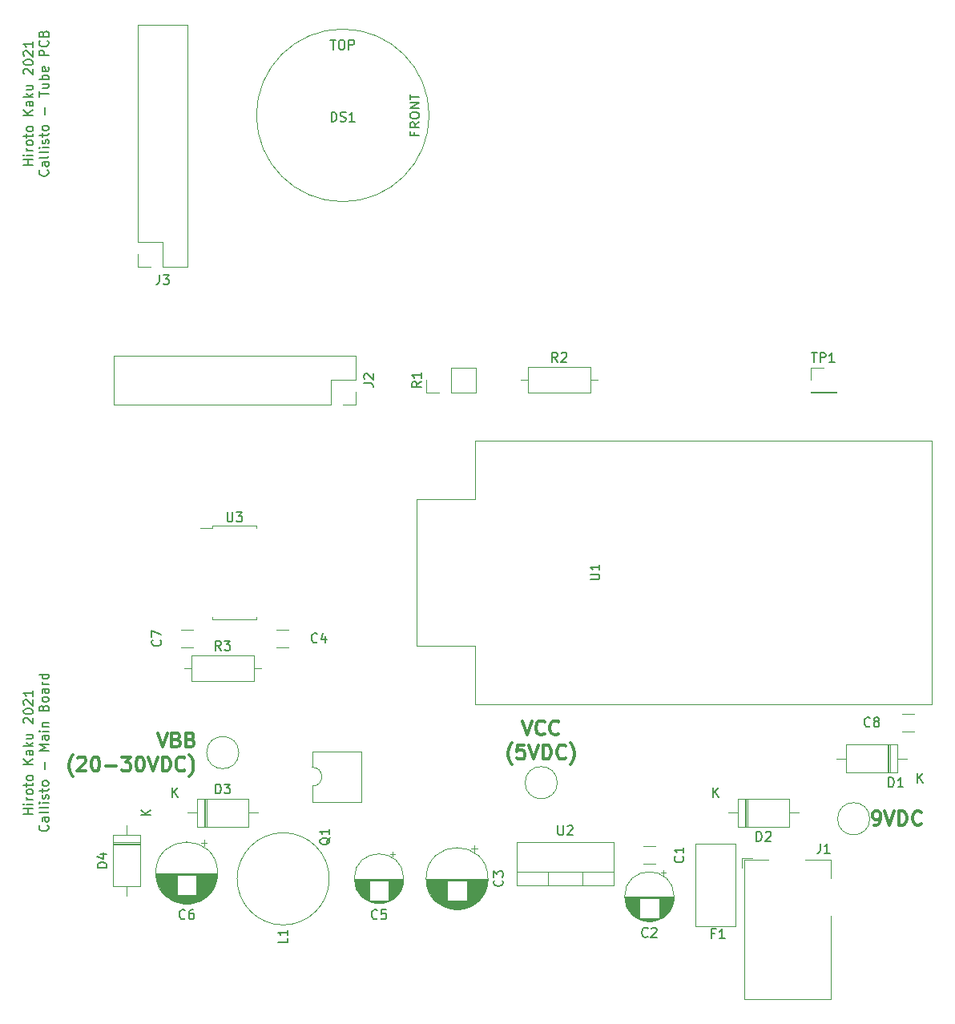
<source format=gto>
G04 #@! TF.GenerationSoftware,KiCad,Pcbnew,(5.1.10)-1*
G04 #@! TF.CreationDate,2021-08-30T10:02:13-04:00*
G04 #@! TF.ProjectId,schematics,73636865-6d61-4746-9963-732e6b696361,rev?*
G04 #@! TF.SameCoordinates,Original*
G04 #@! TF.FileFunction,Legend,Top*
G04 #@! TF.FilePolarity,Positive*
%FSLAX46Y46*%
G04 Gerber Fmt 4.6, Leading zero omitted, Abs format (unit mm)*
G04 Created by KiCad (PCBNEW (5.1.10)-1) date 2021-08-30 10:02:13*
%MOMM*%
%LPD*%
G01*
G04 APERTURE LIST*
%ADD10C,0.150000*%
%ADD11C,0.300000*%
%ADD12C,0.120000*%
%ADD13R,1.700000X1.700000*%
%ADD14O,1.700000X1.700000*%
%ADD15C,2.600000*%
%ADD16O,1.905000X2.000000*%
%ADD17R,1.905000X2.000000*%
%ADD18C,6.400000*%
%ADD19C,1.600000*%
%ADD20O,1.600000X1.600000*%
%ADD21O,2.200000X2.200000*%
%ADD22R,2.200000X2.200000*%
%ADD23O,1.270000X1.270000*%
%ADD24C,3.000000*%
%ADD25C,2.000000*%
%ADD26R,3.500000X3.500000*%
%ADD27R,1.524000X1.524000*%
%ADD28C,1.524000*%
%ADD29R,1.600000X1.600000*%
G04 APERTURE END LIST*
D10*
X157742380Y-70635000D02*
X156742380Y-70635000D01*
X157218571Y-70635000D02*
X157218571Y-70063571D01*
X157742380Y-70063571D02*
X156742380Y-70063571D01*
X157742380Y-69587380D02*
X157075714Y-69587380D01*
X156742380Y-69587380D02*
X156790000Y-69635000D01*
X156837619Y-69587380D01*
X156790000Y-69539761D01*
X156742380Y-69587380D01*
X156837619Y-69587380D01*
X157742380Y-69111190D02*
X157075714Y-69111190D01*
X157266190Y-69111190D02*
X157170952Y-69063571D01*
X157123333Y-69015952D01*
X157075714Y-68920714D01*
X157075714Y-68825476D01*
X157742380Y-68349285D02*
X157694761Y-68444523D01*
X157647142Y-68492142D01*
X157551904Y-68539761D01*
X157266190Y-68539761D01*
X157170952Y-68492142D01*
X157123333Y-68444523D01*
X157075714Y-68349285D01*
X157075714Y-68206428D01*
X157123333Y-68111190D01*
X157170952Y-68063571D01*
X157266190Y-68015952D01*
X157551904Y-68015952D01*
X157647142Y-68063571D01*
X157694761Y-68111190D01*
X157742380Y-68206428D01*
X157742380Y-68349285D01*
X157075714Y-67730238D02*
X157075714Y-67349285D01*
X156742380Y-67587380D02*
X157599523Y-67587380D01*
X157694761Y-67539761D01*
X157742380Y-67444523D01*
X157742380Y-67349285D01*
X157742380Y-66873095D02*
X157694761Y-66968333D01*
X157647142Y-67015952D01*
X157551904Y-67063571D01*
X157266190Y-67063571D01*
X157170952Y-67015952D01*
X157123333Y-66968333D01*
X157075714Y-66873095D01*
X157075714Y-66730238D01*
X157123333Y-66635000D01*
X157170952Y-66587380D01*
X157266190Y-66539761D01*
X157551904Y-66539761D01*
X157647142Y-66587380D01*
X157694761Y-66635000D01*
X157742380Y-66730238D01*
X157742380Y-66873095D01*
X157742380Y-65349285D02*
X156742380Y-65349285D01*
X157742380Y-64777857D02*
X157170952Y-65206428D01*
X156742380Y-64777857D02*
X157313809Y-65349285D01*
X157742380Y-63920714D02*
X157218571Y-63920714D01*
X157123333Y-63968333D01*
X157075714Y-64063571D01*
X157075714Y-64254047D01*
X157123333Y-64349285D01*
X157694761Y-63920714D02*
X157742380Y-64015952D01*
X157742380Y-64254047D01*
X157694761Y-64349285D01*
X157599523Y-64396904D01*
X157504285Y-64396904D01*
X157409047Y-64349285D01*
X157361428Y-64254047D01*
X157361428Y-64015952D01*
X157313809Y-63920714D01*
X157742380Y-63444523D02*
X156742380Y-63444523D01*
X157361428Y-63349285D02*
X157742380Y-63063571D01*
X157075714Y-63063571D02*
X157456666Y-63444523D01*
X157075714Y-62206428D02*
X157742380Y-62206428D01*
X157075714Y-62635000D02*
X157599523Y-62635000D01*
X157694761Y-62587380D01*
X157742380Y-62492142D01*
X157742380Y-62349285D01*
X157694761Y-62254047D01*
X157647142Y-62206428D01*
X156837619Y-61015952D02*
X156790000Y-60968333D01*
X156742380Y-60873095D01*
X156742380Y-60635000D01*
X156790000Y-60539761D01*
X156837619Y-60492142D01*
X156932857Y-60444523D01*
X157028095Y-60444523D01*
X157170952Y-60492142D01*
X157742380Y-61063571D01*
X157742380Y-60444523D01*
X156742380Y-59825476D02*
X156742380Y-59730238D01*
X156790000Y-59635000D01*
X156837619Y-59587380D01*
X156932857Y-59539761D01*
X157123333Y-59492142D01*
X157361428Y-59492142D01*
X157551904Y-59539761D01*
X157647142Y-59587380D01*
X157694761Y-59635000D01*
X157742380Y-59730238D01*
X157742380Y-59825476D01*
X157694761Y-59920714D01*
X157647142Y-59968333D01*
X157551904Y-60015952D01*
X157361428Y-60063571D01*
X157123333Y-60063571D01*
X156932857Y-60015952D01*
X156837619Y-59968333D01*
X156790000Y-59920714D01*
X156742380Y-59825476D01*
X156837619Y-59111190D02*
X156790000Y-59063571D01*
X156742380Y-58968333D01*
X156742380Y-58730238D01*
X156790000Y-58635000D01*
X156837619Y-58587380D01*
X156932857Y-58539761D01*
X157028095Y-58539761D01*
X157170952Y-58587380D01*
X157742380Y-59158809D01*
X157742380Y-58539761D01*
X157742380Y-57587380D02*
X157742380Y-58158809D01*
X157742380Y-57873095D02*
X156742380Y-57873095D01*
X156885238Y-57968333D01*
X156980476Y-58063571D01*
X157028095Y-58158809D01*
X159297142Y-71158809D02*
X159344761Y-71206428D01*
X159392380Y-71349285D01*
X159392380Y-71444523D01*
X159344761Y-71587380D01*
X159249523Y-71682619D01*
X159154285Y-71730238D01*
X158963809Y-71777857D01*
X158820952Y-71777857D01*
X158630476Y-71730238D01*
X158535238Y-71682619D01*
X158440000Y-71587380D01*
X158392380Y-71444523D01*
X158392380Y-71349285D01*
X158440000Y-71206428D01*
X158487619Y-71158809D01*
X159392380Y-70301666D02*
X158868571Y-70301666D01*
X158773333Y-70349285D01*
X158725714Y-70444523D01*
X158725714Y-70635000D01*
X158773333Y-70730238D01*
X159344761Y-70301666D02*
X159392380Y-70396904D01*
X159392380Y-70635000D01*
X159344761Y-70730238D01*
X159249523Y-70777857D01*
X159154285Y-70777857D01*
X159059047Y-70730238D01*
X159011428Y-70635000D01*
X159011428Y-70396904D01*
X158963809Y-70301666D01*
X159392380Y-69682619D02*
X159344761Y-69777857D01*
X159249523Y-69825476D01*
X158392380Y-69825476D01*
X159392380Y-69158809D02*
X159344761Y-69254047D01*
X159249523Y-69301666D01*
X158392380Y-69301666D01*
X159392380Y-68777857D02*
X158725714Y-68777857D01*
X158392380Y-68777857D02*
X158440000Y-68825476D01*
X158487619Y-68777857D01*
X158440000Y-68730238D01*
X158392380Y-68777857D01*
X158487619Y-68777857D01*
X159344761Y-68349285D02*
X159392380Y-68254047D01*
X159392380Y-68063571D01*
X159344761Y-67968333D01*
X159249523Y-67920714D01*
X159201904Y-67920714D01*
X159106666Y-67968333D01*
X159059047Y-68063571D01*
X159059047Y-68206428D01*
X159011428Y-68301666D01*
X158916190Y-68349285D01*
X158868571Y-68349285D01*
X158773333Y-68301666D01*
X158725714Y-68206428D01*
X158725714Y-68063571D01*
X158773333Y-67968333D01*
X158725714Y-67635000D02*
X158725714Y-67254047D01*
X158392380Y-67492142D02*
X159249523Y-67492142D01*
X159344761Y-67444523D01*
X159392380Y-67349285D01*
X159392380Y-67254047D01*
X159392380Y-66777857D02*
X159344761Y-66873095D01*
X159297142Y-66920714D01*
X159201904Y-66968333D01*
X158916190Y-66968333D01*
X158820952Y-66920714D01*
X158773333Y-66873095D01*
X158725714Y-66777857D01*
X158725714Y-66635000D01*
X158773333Y-66539761D01*
X158820952Y-66492142D01*
X158916190Y-66444523D01*
X159201904Y-66444523D01*
X159297142Y-66492142D01*
X159344761Y-66539761D01*
X159392380Y-66635000D01*
X159392380Y-66777857D01*
X159011428Y-65254047D02*
X159011428Y-64492142D01*
X158392380Y-63396904D02*
X158392380Y-62825476D01*
X159392380Y-63111190D02*
X158392380Y-63111190D01*
X158725714Y-62063571D02*
X159392380Y-62063571D01*
X158725714Y-62492142D02*
X159249523Y-62492142D01*
X159344761Y-62444523D01*
X159392380Y-62349285D01*
X159392380Y-62206428D01*
X159344761Y-62111190D01*
X159297142Y-62063571D01*
X159392380Y-61587380D02*
X158392380Y-61587380D01*
X158773333Y-61587380D02*
X158725714Y-61492142D01*
X158725714Y-61301666D01*
X158773333Y-61206428D01*
X158820952Y-61158809D01*
X158916190Y-61111190D01*
X159201904Y-61111190D01*
X159297142Y-61158809D01*
X159344761Y-61206428D01*
X159392380Y-61301666D01*
X159392380Y-61492142D01*
X159344761Y-61587380D01*
X159344761Y-60301666D02*
X159392380Y-60396904D01*
X159392380Y-60587380D01*
X159344761Y-60682619D01*
X159249523Y-60730238D01*
X158868571Y-60730238D01*
X158773333Y-60682619D01*
X158725714Y-60587380D01*
X158725714Y-60396904D01*
X158773333Y-60301666D01*
X158868571Y-60254047D01*
X158963809Y-60254047D01*
X159059047Y-60730238D01*
X159392380Y-59063571D02*
X158392380Y-59063571D01*
X158392380Y-58682619D01*
X158440000Y-58587380D01*
X158487619Y-58539761D01*
X158582857Y-58492142D01*
X158725714Y-58492142D01*
X158820952Y-58539761D01*
X158868571Y-58587380D01*
X158916190Y-58682619D01*
X158916190Y-59063571D01*
X159297142Y-57492142D02*
X159344761Y-57539761D01*
X159392380Y-57682619D01*
X159392380Y-57777857D01*
X159344761Y-57920714D01*
X159249523Y-58015952D01*
X159154285Y-58063571D01*
X158963809Y-58111190D01*
X158820952Y-58111190D01*
X158630476Y-58063571D01*
X158535238Y-58015952D01*
X158440000Y-57920714D01*
X158392380Y-57777857D01*
X158392380Y-57682619D01*
X158440000Y-57539761D01*
X158487619Y-57492142D01*
X158868571Y-56730238D02*
X158916190Y-56587380D01*
X158963809Y-56539761D01*
X159059047Y-56492142D01*
X159201904Y-56492142D01*
X159297142Y-56539761D01*
X159344761Y-56587380D01*
X159392380Y-56682619D01*
X159392380Y-57063571D01*
X158392380Y-57063571D01*
X158392380Y-56730238D01*
X158440000Y-56635000D01*
X158487619Y-56587380D01*
X158582857Y-56539761D01*
X158678095Y-56539761D01*
X158773333Y-56587380D01*
X158820952Y-56635000D01*
X158868571Y-56730238D01*
X158868571Y-57063571D01*
X157742380Y-139215000D02*
X156742380Y-139215000D01*
X157218571Y-139215000D02*
X157218571Y-138643571D01*
X157742380Y-138643571D02*
X156742380Y-138643571D01*
X157742380Y-138167380D02*
X157075714Y-138167380D01*
X156742380Y-138167380D02*
X156790000Y-138215000D01*
X156837619Y-138167380D01*
X156790000Y-138119761D01*
X156742380Y-138167380D01*
X156837619Y-138167380D01*
X157742380Y-137691190D02*
X157075714Y-137691190D01*
X157266190Y-137691190D02*
X157170952Y-137643571D01*
X157123333Y-137595952D01*
X157075714Y-137500714D01*
X157075714Y-137405476D01*
X157742380Y-136929285D02*
X157694761Y-137024523D01*
X157647142Y-137072142D01*
X157551904Y-137119761D01*
X157266190Y-137119761D01*
X157170952Y-137072142D01*
X157123333Y-137024523D01*
X157075714Y-136929285D01*
X157075714Y-136786428D01*
X157123333Y-136691190D01*
X157170952Y-136643571D01*
X157266190Y-136595952D01*
X157551904Y-136595952D01*
X157647142Y-136643571D01*
X157694761Y-136691190D01*
X157742380Y-136786428D01*
X157742380Y-136929285D01*
X157075714Y-136310238D02*
X157075714Y-135929285D01*
X156742380Y-136167380D02*
X157599523Y-136167380D01*
X157694761Y-136119761D01*
X157742380Y-136024523D01*
X157742380Y-135929285D01*
X157742380Y-135453095D02*
X157694761Y-135548333D01*
X157647142Y-135595952D01*
X157551904Y-135643571D01*
X157266190Y-135643571D01*
X157170952Y-135595952D01*
X157123333Y-135548333D01*
X157075714Y-135453095D01*
X157075714Y-135310238D01*
X157123333Y-135215000D01*
X157170952Y-135167380D01*
X157266190Y-135119761D01*
X157551904Y-135119761D01*
X157647142Y-135167380D01*
X157694761Y-135215000D01*
X157742380Y-135310238D01*
X157742380Y-135453095D01*
X157742380Y-133929285D02*
X156742380Y-133929285D01*
X157742380Y-133357857D02*
X157170952Y-133786428D01*
X156742380Y-133357857D02*
X157313809Y-133929285D01*
X157742380Y-132500714D02*
X157218571Y-132500714D01*
X157123333Y-132548333D01*
X157075714Y-132643571D01*
X157075714Y-132834047D01*
X157123333Y-132929285D01*
X157694761Y-132500714D02*
X157742380Y-132595952D01*
X157742380Y-132834047D01*
X157694761Y-132929285D01*
X157599523Y-132976904D01*
X157504285Y-132976904D01*
X157409047Y-132929285D01*
X157361428Y-132834047D01*
X157361428Y-132595952D01*
X157313809Y-132500714D01*
X157742380Y-132024523D02*
X156742380Y-132024523D01*
X157361428Y-131929285D02*
X157742380Y-131643571D01*
X157075714Y-131643571D02*
X157456666Y-132024523D01*
X157075714Y-130786428D02*
X157742380Y-130786428D01*
X157075714Y-131215000D02*
X157599523Y-131215000D01*
X157694761Y-131167380D01*
X157742380Y-131072142D01*
X157742380Y-130929285D01*
X157694761Y-130834047D01*
X157647142Y-130786428D01*
X156837619Y-129595952D02*
X156790000Y-129548333D01*
X156742380Y-129453095D01*
X156742380Y-129215000D01*
X156790000Y-129119761D01*
X156837619Y-129072142D01*
X156932857Y-129024523D01*
X157028095Y-129024523D01*
X157170952Y-129072142D01*
X157742380Y-129643571D01*
X157742380Y-129024523D01*
X156742380Y-128405476D02*
X156742380Y-128310238D01*
X156790000Y-128215000D01*
X156837619Y-128167380D01*
X156932857Y-128119761D01*
X157123333Y-128072142D01*
X157361428Y-128072142D01*
X157551904Y-128119761D01*
X157647142Y-128167380D01*
X157694761Y-128215000D01*
X157742380Y-128310238D01*
X157742380Y-128405476D01*
X157694761Y-128500714D01*
X157647142Y-128548333D01*
X157551904Y-128595952D01*
X157361428Y-128643571D01*
X157123333Y-128643571D01*
X156932857Y-128595952D01*
X156837619Y-128548333D01*
X156790000Y-128500714D01*
X156742380Y-128405476D01*
X156837619Y-127691190D02*
X156790000Y-127643571D01*
X156742380Y-127548333D01*
X156742380Y-127310238D01*
X156790000Y-127215000D01*
X156837619Y-127167380D01*
X156932857Y-127119761D01*
X157028095Y-127119761D01*
X157170952Y-127167380D01*
X157742380Y-127738809D01*
X157742380Y-127119761D01*
X157742380Y-126167380D02*
X157742380Y-126738809D01*
X157742380Y-126453095D02*
X156742380Y-126453095D01*
X156885238Y-126548333D01*
X156980476Y-126643571D01*
X157028095Y-126738809D01*
X159297142Y-140405476D02*
X159344761Y-140453095D01*
X159392380Y-140595952D01*
X159392380Y-140691190D01*
X159344761Y-140834047D01*
X159249523Y-140929285D01*
X159154285Y-140976904D01*
X158963809Y-141024523D01*
X158820952Y-141024523D01*
X158630476Y-140976904D01*
X158535238Y-140929285D01*
X158440000Y-140834047D01*
X158392380Y-140691190D01*
X158392380Y-140595952D01*
X158440000Y-140453095D01*
X158487619Y-140405476D01*
X159392380Y-139548333D02*
X158868571Y-139548333D01*
X158773333Y-139595952D01*
X158725714Y-139691190D01*
X158725714Y-139881666D01*
X158773333Y-139976904D01*
X159344761Y-139548333D02*
X159392380Y-139643571D01*
X159392380Y-139881666D01*
X159344761Y-139976904D01*
X159249523Y-140024523D01*
X159154285Y-140024523D01*
X159059047Y-139976904D01*
X159011428Y-139881666D01*
X159011428Y-139643571D01*
X158963809Y-139548333D01*
X159392380Y-138929285D02*
X159344761Y-139024523D01*
X159249523Y-139072142D01*
X158392380Y-139072142D01*
X159392380Y-138405476D02*
X159344761Y-138500714D01*
X159249523Y-138548333D01*
X158392380Y-138548333D01*
X159392380Y-138024523D02*
X158725714Y-138024523D01*
X158392380Y-138024523D02*
X158440000Y-138072142D01*
X158487619Y-138024523D01*
X158440000Y-137976904D01*
X158392380Y-138024523D01*
X158487619Y-138024523D01*
X159344761Y-137595952D02*
X159392380Y-137500714D01*
X159392380Y-137310238D01*
X159344761Y-137215000D01*
X159249523Y-137167380D01*
X159201904Y-137167380D01*
X159106666Y-137215000D01*
X159059047Y-137310238D01*
X159059047Y-137453095D01*
X159011428Y-137548333D01*
X158916190Y-137595952D01*
X158868571Y-137595952D01*
X158773333Y-137548333D01*
X158725714Y-137453095D01*
X158725714Y-137310238D01*
X158773333Y-137215000D01*
X158725714Y-136881666D02*
X158725714Y-136500714D01*
X158392380Y-136738809D02*
X159249523Y-136738809D01*
X159344761Y-136691190D01*
X159392380Y-136595952D01*
X159392380Y-136500714D01*
X159392380Y-136024523D02*
X159344761Y-136119761D01*
X159297142Y-136167380D01*
X159201904Y-136215000D01*
X158916190Y-136215000D01*
X158820952Y-136167380D01*
X158773333Y-136119761D01*
X158725714Y-136024523D01*
X158725714Y-135881666D01*
X158773333Y-135786428D01*
X158820952Y-135738809D01*
X158916190Y-135691190D01*
X159201904Y-135691190D01*
X159297142Y-135738809D01*
X159344761Y-135786428D01*
X159392380Y-135881666D01*
X159392380Y-136024523D01*
X159011428Y-134500714D02*
X159011428Y-133738809D01*
X159392380Y-132500714D02*
X158392380Y-132500714D01*
X159106666Y-132167380D01*
X158392380Y-131834047D01*
X159392380Y-131834047D01*
X159392380Y-130929285D02*
X158868571Y-130929285D01*
X158773333Y-130976904D01*
X158725714Y-131072142D01*
X158725714Y-131262619D01*
X158773333Y-131357857D01*
X159344761Y-130929285D02*
X159392380Y-131024523D01*
X159392380Y-131262619D01*
X159344761Y-131357857D01*
X159249523Y-131405476D01*
X159154285Y-131405476D01*
X159059047Y-131357857D01*
X159011428Y-131262619D01*
X159011428Y-131024523D01*
X158963809Y-130929285D01*
X159392380Y-130453095D02*
X158725714Y-130453095D01*
X158392380Y-130453095D02*
X158440000Y-130500714D01*
X158487619Y-130453095D01*
X158440000Y-130405476D01*
X158392380Y-130453095D01*
X158487619Y-130453095D01*
X158725714Y-129976904D02*
X159392380Y-129976904D01*
X158820952Y-129976904D02*
X158773333Y-129929285D01*
X158725714Y-129834047D01*
X158725714Y-129691190D01*
X158773333Y-129595952D01*
X158868571Y-129548333D01*
X159392380Y-129548333D01*
X158868571Y-127976904D02*
X158916190Y-127834047D01*
X158963809Y-127786428D01*
X159059047Y-127738809D01*
X159201904Y-127738809D01*
X159297142Y-127786428D01*
X159344761Y-127834047D01*
X159392380Y-127929285D01*
X159392380Y-128310238D01*
X158392380Y-128310238D01*
X158392380Y-127976904D01*
X158440000Y-127881666D01*
X158487619Y-127834047D01*
X158582857Y-127786428D01*
X158678095Y-127786428D01*
X158773333Y-127834047D01*
X158820952Y-127881666D01*
X158868571Y-127976904D01*
X158868571Y-128310238D01*
X159392380Y-127167380D02*
X159344761Y-127262619D01*
X159297142Y-127310238D01*
X159201904Y-127357857D01*
X158916190Y-127357857D01*
X158820952Y-127310238D01*
X158773333Y-127262619D01*
X158725714Y-127167380D01*
X158725714Y-127024523D01*
X158773333Y-126929285D01*
X158820952Y-126881666D01*
X158916190Y-126834047D01*
X159201904Y-126834047D01*
X159297142Y-126881666D01*
X159344761Y-126929285D01*
X159392380Y-127024523D01*
X159392380Y-127167380D01*
X159392380Y-125976904D02*
X158868571Y-125976904D01*
X158773333Y-126024523D01*
X158725714Y-126119761D01*
X158725714Y-126310238D01*
X158773333Y-126405476D01*
X159344761Y-125976904D02*
X159392380Y-126072142D01*
X159392380Y-126310238D01*
X159344761Y-126405476D01*
X159249523Y-126453095D01*
X159154285Y-126453095D01*
X159059047Y-126405476D01*
X159011428Y-126310238D01*
X159011428Y-126072142D01*
X158963809Y-125976904D01*
X159392380Y-125500714D02*
X158725714Y-125500714D01*
X158916190Y-125500714D02*
X158820952Y-125453095D01*
X158773333Y-125405476D01*
X158725714Y-125310238D01*
X158725714Y-125215000D01*
X159392380Y-124453095D02*
X158392380Y-124453095D01*
X159344761Y-124453095D02*
X159392380Y-124548333D01*
X159392380Y-124738809D01*
X159344761Y-124834047D01*
X159297142Y-124881666D01*
X159201904Y-124929285D01*
X158916190Y-124929285D01*
X158820952Y-124881666D01*
X158773333Y-124834047D01*
X158725714Y-124738809D01*
X158725714Y-124548333D01*
X158773333Y-124453095D01*
D11*
X246614285Y-140378571D02*
X246900000Y-140378571D01*
X247042857Y-140307142D01*
X247114285Y-140235714D01*
X247257142Y-140021428D01*
X247328571Y-139735714D01*
X247328571Y-139164285D01*
X247257142Y-139021428D01*
X247185714Y-138950000D01*
X247042857Y-138878571D01*
X246757142Y-138878571D01*
X246614285Y-138950000D01*
X246542857Y-139021428D01*
X246471428Y-139164285D01*
X246471428Y-139521428D01*
X246542857Y-139664285D01*
X246614285Y-139735714D01*
X246757142Y-139807142D01*
X247042857Y-139807142D01*
X247185714Y-139735714D01*
X247257142Y-139664285D01*
X247328571Y-139521428D01*
X247757142Y-138878571D02*
X248257142Y-140378571D01*
X248757142Y-138878571D01*
X249257142Y-140378571D02*
X249257142Y-138878571D01*
X249614285Y-138878571D01*
X249828571Y-138950000D01*
X249971428Y-139092857D01*
X250042857Y-139235714D01*
X250114285Y-139521428D01*
X250114285Y-139735714D01*
X250042857Y-140021428D01*
X249971428Y-140164285D01*
X249828571Y-140307142D01*
X249614285Y-140378571D01*
X249257142Y-140378571D01*
X251614285Y-140235714D02*
X251542857Y-140307142D01*
X251328571Y-140378571D01*
X251185714Y-140378571D01*
X250971428Y-140307142D01*
X250828571Y-140164285D01*
X250757142Y-140021428D01*
X250685714Y-139735714D01*
X250685714Y-139521428D01*
X250757142Y-139235714D01*
X250828571Y-139092857D01*
X250971428Y-138950000D01*
X251185714Y-138878571D01*
X251328571Y-138878571D01*
X251542857Y-138950000D01*
X251614285Y-139021428D01*
X170922142Y-130618571D02*
X171422142Y-132118571D01*
X171922142Y-130618571D01*
X172922142Y-131332857D02*
X173136428Y-131404285D01*
X173207857Y-131475714D01*
X173279285Y-131618571D01*
X173279285Y-131832857D01*
X173207857Y-131975714D01*
X173136428Y-132047142D01*
X172993571Y-132118571D01*
X172422142Y-132118571D01*
X172422142Y-130618571D01*
X172922142Y-130618571D01*
X173065000Y-130690000D01*
X173136428Y-130761428D01*
X173207857Y-130904285D01*
X173207857Y-131047142D01*
X173136428Y-131190000D01*
X173065000Y-131261428D01*
X172922142Y-131332857D01*
X172422142Y-131332857D01*
X174422142Y-131332857D02*
X174636428Y-131404285D01*
X174707857Y-131475714D01*
X174779285Y-131618571D01*
X174779285Y-131832857D01*
X174707857Y-131975714D01*
X174636428Y-132047142D01*
X174493571Y-132118571D01*
X173922142Y-132118571D01*
X173922142Y-130618571D01*
X174422142Y-130618571D01*
X174565000Y-130690000D01*
X174636428Y-130761428D01*
X174707857Y-130904285D01*
X174707857Y-131047142D01*
X174636428Y-131190000D01*
X174565000Y-131261428D01*
X174422142Y-131332857D01*
X173922142Y-131332857D01*
X161993571Y-135240000D02*
X161922142Y-135168571D01*
X161779285Y-134954285D01*
X161707857Y-134811428D01*
X161636428Y-134597142D01*
X161565000Y-134240000D01*
X161565000Y-133954285D01*
X161636428Y-133597142D01*
X161707857Y-133382857D01*
X161779285Y-133240000D01*
X161922142Y-133025714D01*
X161993571Y-132954285D01*
X162493571Y-133311428D02*
X162565000Y-133240000D01*
X162707857Y-133168571D01*
X163065000Y-133168571D01*
X163207857Y-133240000D01*
X163279285Y-133311428D01*
X163350714Y-133454285D01*
X163350714Y-133597142D01*
X163279285Y-133811428D01*
X162422142Y-134668571D01*
X163350714Y-134668571D01*
X164279285Y-133168571D02*
X164422142Y-133168571D01*
X164565000Y-133240000D01*
X164636428Y-133311428D01*
X164707857Y-133454285D01*
X164779285Y-133740000D01*
X164779285Y-134097142D01*
X164707857Y-134382857D01*
X164636428Y-134525714D01*
X164565000Y-134597142D01*
X164422142Y-134668571D01*
X164279285Y-134668571D01*
X164136428Y-134597142D01*
X164065000Y-134525714D01*
X163993571Y-134382857D01*
X163922142Y-134097142D01*
X163922142Y-133740000D01*
X163993571Y-133454285D01*
X164065000Y-133311428D01*
X164136428Y-133240000D01*
X164279285Y-133168571D01*
X165422142Y-134097142D02*
X166565000Y-134097142D01*
X167136428Y-133168571D02*
X168065000Y-133168571D01*
X167565000Y-133740000D01*
X167779285Y-133740000D01*
X167922142Y-133811428D01*
X167993571Y-133882857D01*
X168065000Y-134025714D01*
X168065000Y-134382857D01*
X167993571Y-134525714D01*
X167922142Y-134597142D01*
X167779285Y-134668571D01*
X167350714Y-134668571D01*
X167207857Y-134597142D01*
X167136428Y-134525714D01*
X168993571Y-133168571D02*
X169136428Y-133168571D01*
X169279285Y-133240000D01*
X169350714Y-133311428D01*
X169422142Y-133454285D01*
X169493571Y-133740000D01*
X169493571Y-134097142D01*
X169422142Y-134382857D01*
X169350714Y-134525714D01*
X169279285Y-134597142D01*
X169136428Y-134668571D01*
X168993571Y-134668571D01*
X168850714Y-134597142D01*
X168779285Y-134525714D01*
X168707857Y-134382857D01*
X168636428Y-134097142D01*
X168636428Y-133740000D01*
X168707857Y-133454285D01*
X168779285Y-133311428D01*
X168850714Y-133240000D01*
X168993571Y-133168571D01*
X169922142Y-133168571D02*
X170422142Y-134668571D01*
X170922142Y-133168571D01*
X171422142Y-134668571D02*
X171422142Y-133168571D01*
X171779285Y-133168571D01*
X171993571Y-133240000D01*
X172136428Y-133382857D01*
X172207857Y-133525714D01*
X172279285Y-133811428D01*
X172279285Y-134025714D01*
X172207857Y-134311428D01*
X172136428Y-134454285D01*
X171993571Y-134597142D01*
X171779285Y-134668571D01*
X171422142Y-134668571D01*
X173779285Y-134525714D02*
X173707857Y-134597142D01*
X173493571Y-134668571D01*
X173350714Y-134668571D01*
X173136428Y-134597142D01*
X172993571Y-134454285D01*
X172922142Y-134311428D01*
X172850714Y-134025714D01*
X172850714Y-133811428D01*
X172922142Y-133525714D01*
X172993571Y-133382857D01*
X173136428Y-133240000D01*
X173350714Y-133168571D01*
X173493571Y-133168571D01*
X173707857Y-133240000D01*
X173779285Y-133311428D01*
X174279285Y-135240000D02*
X174350714Y-135168571D01*
X174493571Y-134954285D01*
X174565000Y-134811428D01*
X174636428Y-134597142D01*
X174707857Y-134240000D01*
X174707857Y-133954285D01*
X174636428Y-133597142D01*
X174565000Y-133382857D01*
X174493571Y-133240000D01*
X174350714Y-133025714D01*
X174279285Y-132954285D01*
X209455000Y-129348571D02*
X209955000Y-130848571D01*
X210455000Y-129348571D01*
X211812142Y-130705714D02*
X211740714Y-130777142D01*
X211526428Y-130848571D01*
X211383571Y-130848571D01*
X211169285Y-130777142D01*
X211026428Y-130634285D01*
X210955000Y-130491428D01*
X210883571Y-130205714D01*
X210883571Y-129991428D01*
X210955000Y-129705714D01*
X211026428Y-129562857D01*
X211169285Y-129420000D01*
X211383571Y-129348571D01*
X211526428Y-129348571D01*
X211740714Y-129420000D01*
X211812142Y-129491428D01*
X213312142Y-130705714D02*
X213240714Y-130777142D01*
X213026428Y-130848571D01*
X212883571Y-130848571D01*
X212669285Y-130777142D01*
X212526428Y-130634285D01*
X212455000Y-130491428D01*
X212383571Y-130205714D01*
X212383571Y-129991428D01*
X212455000Y-129705714D01*
X212526428Y-129562857D01*
X212669285Y-129420000D01*
X212883571Y-129348571D01*
X213026428Y-129348571D01*
X213240714Y-129420000D01*
X213312142Y-129491428D01*
X208383571Y-133970000D02*
X208312142Y-133898571D01*
X208169285Y-133684285D01*
X208097857Y-133541428D01*
X208026428Y-133327142D01*
X207955000Y-132970000D01*
X207955000Y-132684285D01*
X208026428Y-132327142D01*
X208097857Y-132112857D01*
X208169285Y-131970000D01*
X208312142Y-131755714D01*
X208383571Y-131684285D01*
X209669285Y-131898571D02*
X208955000Y-131898571D01*
X208883571Y-132612857D01*
X208955000Y-132541428D01*
X209097857Y-132470000D01*
X209455000Y-132470000D01*
X209597857Y-132541428D01*
X209669285Y-132612857D01*
X209740714Y-132755714D01*
X209740714Y-133112857D01*
X209669285Y-133255714D01*
X209597857Y-133327142D01*
X209455000Y-133398571D01*
X209097857Y-133398571D01*
X208955000Y-133327142D01*
X208883571Y-133255714D01*
X210169285Y-131898571D02*
X210669285Y-133398571D01*
X211169285Y-131898571D01*
X211669285Y-133398571D02*
X211669285Y-131898571D01*
X212026428Y-131898571D01*
X212240714Y-131970000D01*
X212383571Y-132112857D01*
X212455000Y-132255714D01*
X212526428Y-132541428D01*
X212526428Y-132755714D01*
X212455000Y-133041428D01*
X212383571Y-133184285D01*
X212240714Y-133327142D01*
X212026428Y-133398571D01*
X211669285Y-133398571D01*
X214026428Y-133255714D02*
X213955000Y-133327142D01*
X213740714Y-133398571D01*
X213597857Y-133398571D01*
X213383571Y-133327142D01*
X213240714Y-133184285D01*
X213169285Y-133041428D01*
X213097857Y-132755714D01*
X213097857Y-132541428D01*
X213169285Y-132255714D01*
X213240714Y-132112857D01*
X213383571Y-131970000D01*
X213597857Y-131898571D01*
X213740714Y-131898571D01*
X213955000Y-131970000D01*
X214026428Y-132041428D01*
X214526428Y-133970000D02*
X214597857Y-133898571D01*
X214740714Y-133684285D01*
X214812142Y-133541428D01*
X214883571Y-133327142D01*
X214955000Y-132970000D01*
X214955000Y-132684285D01*
X214883571Y-132327142D01*
X214812142Y-132112857D01*
X214740714Y-131970000D01*
X214597857Y-131755714D01*
X214526428Y-131684285D01*
D12*
X239970000Y-92015000D02*
X241300000Y-92015000D01*
X239970000Y-93345000D02*
X239970000Y-92015000D01*
X239970000Y-94615000D02*
X242630000Y-94615000D01*
X242630000Y-94615000D02*
X242630000Y-94675000D01*
X239970000Y-94615000D02*
X239970000Y-94675000D01*
X239970000Y-94675000D02*
X242630000Y-94675000D01*
X199330000Y-94675000D02*
X199330000Y-93345000D01*
X200660000Y-94675000D02*
X199330000Y-94675000D01*
X201930000Y-94675000D02*
X201930000Y-92015000D01*
X201930000Y-92015000D02*
X204530000Y-92015000D01*
X201930000Y-94675000D02*
X204530000Y-94675000D01*
X204530000Y-94675000D02*
X204530000Y-92015000D01*
X189060000Y-146050000D02*
G75*
G03*
X189060000Y-146050000I-4870000J0D01*
G01*
X219115000Y-146780000D02*
X208875000Y-146780000D01*
X219115000Y-142139000D02*
X208875000Y-142139000D01*
X219115000Y-146780000D02*
X219115000Y-142139000D01*
X208875000Y-146780000D02*
X208875000Y-142139000D01*
X219115000Y-145270000D02*
X208875000Y-145270000D01*
X215845000Y-146780000D02*
X215845000Y-145270000D01*
X212144000Y-146780000D02*
X212144000Y-145270000D01*
X250839000Y-130460000D02*
X249581000Y-130460000D01*
X250839000Y-128620000D02*
X249581000Y-128620000D01*
X174530000Y-122455000D02*
X174530000Y-125195000D01*
X174530000Y-125195000D02*
X181070000Y-125195000D01*
X181070000Y-125195000D02*
X181070000Y-122455000D01*
X181070000Y-122455000D02*
X174530000Y-122455000D01*
X173760000Y-123825000D02*
X174530000Y-123825000D01*
X181840000Y-123825000D02*
X181070000Y-123825000D01*
X210090000Y-91975000D02*
X210090000Y-94715000D01*
X210090000Y-94715000D02*
X216630000Y-94715000D01*
X216630000Y-94715000D02*
X216630000Y-91975000D01*
X216630000Y-91975000D02*
X210090000Y-91975000D01*
X209320000Y-93345000D02*
X210090000Y-93345000D01*
X217400000Y-93345000D02*
X216630000Y-93345000D01*
X169110000Y-141425000D02*
X166170000Y-141425000D01*
X166170000Y-141425000D02*
X166170000Y-146865000D01*
X166170000Y-146865000D02*
X169110000Y-146865000D01*
X169110000Y-146865000D02*
X169110000Y-141425000D01*
X167640000Y-140405000D02*
X167640000Y-141425000D01*
X167640000Y-147885000D02*
X167640000Y-146865000D01*
X169110000Y-142325000D02*
X166170000Y-142325000D01*
X169110000Y-142445000D02*
X166170000Y-142445000D01*
X169110000Y-142205000D02*
X166170000Y-142205000D01*
X175080000Y-137595000D02*
X175080000Y-140535000D01*
X175080000Y-140535000D02*
X180520000Y-140535000D01*
X180520000Y-140535000D02*
X180520000Y-137595000D01*
X180520000Y-137595000D02*
X175080000Y-137595000D01*
X174060000Y-139065000D02*
X175080000Y-139065000D01*
X181540000Y-139065000D02*
X180520000Y-139065000D01*
X175980000Y-137595000D02*
X175980000Y-140535000D01*
X176100000Y-137595000D02*
X176100000Y-140535000D01*
X175860000Y-137595000D02*
X175860000Y-140535000D01*
X232230000Y-137595000D02*
X232230000Y-140535000D01*
X232230000Y-140535000D02*
X237670000Y-140535000D01*
X237670000Y-140535000D02*
X237670000Y-137595000D01*
X237670000Y-137595000D02*
X232230000Y-137595000D01*
X231210000Y-139065000D02*
X232230000Y-139065000D01*
X238690000Y-139065000D02*
X237670000Y-139065000D01*
X233130000Y-137595000D02*
X233130000Y-140535000D01*
X233250000Y-137595000D02*
X233250000Y-140535000D01*
X233010000Y-137595000D02*
X233010000Y-140535000D01*
X249100000Y-134820000D02*
X249100000Y-131880000D01*
X249100000Y-131880000D02*
X243660000Y-131880000D01*
X243660000Y-131880000D02*
X243660000Y-134820000D01*
X243660000Y-134820000D02*
X249100000Y-134820000D01*
X250120000Y-133350000D02*
X249100000Y-133350000D01*
X242640000Y-133350000D02*
X243660000Y-133350000D01*
X248200000Y-134820000D02*
X248200000Y-131880000D01*
X248080000Y-134820000D02*
X248080000Y-131880000D01*
X248320000Y-134820000D02*
X248320000Y-131880000D01*
X174050000Y-81340000D02*
X171450000Y-81340000D01*
X174050000Y-81340000D02*
X174050000Y-55820000D01*
X174050000Y-55820000D02*
X168850000Y-55820000D01*
X168850000Y-78740000D02*
X168850000Y-55820000D01*
X171450000Y-78740000D02*
X168850000Y-78740000D01*
X171450000Y-81340000D02*
X171450000Y-78740000D01*
X168850000Y-81340000D02*
X168850000Y-80010000D01*
X170180000Y-81340000D02*
X168850000Y-81340000D01*
X199610000Y-65377000D02*
G75*
G03*
X199610000Y-65377000I-9120000J0D01*
G01*
X191830000Y-90745000D02*
X191830000Y-93345000D01*
X191830000Y-90745000D02*
X166310000Y-90745000D01*
X166310000Y-90745000D02*
X166310000Y-95945000D01*
X189230000Y-95945000D02*
X166310000Y-95945000D01*
X189230000Y-93345000D02*
X189230000Y-95945000D01*
X191830000Y-93345000D02*
X189230000Y-93345000D01*
X191830000Y-95945000D02*
X190500000Y-95945000D01*
X191830000Y-94615000D02*
X191830000Y-95945000D01*
X179050000Y-118625000D02*
X181360000Y-118625000D01*
X181360000Y-118625000D02*
X181360000Y-118350000D01*
X179050000Y-118625000D02*
X176740000Y-118625000D01*
X176740000Y-118625000D02*
X176740000Y-118350000D01*
X179050000Y-108705000D02*
X181360000Y-108705000D01*
X181360000Y-108705000D02*
X181360000Y-108980000D01*
X179050000Y-108705000D02*
X176740000Y-108705000D01*
X176740000Y-108705000D02*
X176740000Y-108980000D01*
X176740000Y-108980000D02*
X175450000Y-108980000D01*
X213155000Y-135890000D02*
G75*
G03*
X213155000Y-135890000I-1700000J0D01*
G01*
X246175000Y-139700000D02*
G75*
G03*
X246175000Y-139700000I-1700000J0D01*
G01*
X179500000Y-132715000D02*
G75*
G03*
X179500000Y-132715000I-1700000J0D01*
G01*
X232000000Y-142315000D02*
X232000000Y-151055000D01*
X232000000Y-142315000D02*
X227760000Y-142315000D01*
X227760000Y-151055000D02*
X232000000Y-151055000D01*
X227760000Y-151055000D02*
X227760000Y-142315000D01*
X233740000Y-143855000D02*
X232690000Y-143855000D01*
X232690000Y-144905000D02*
X232690000Y-143855000D01*
X242090000Y-149955000D02*
X242090000Y-158755000D01*
X242090000Y-158755000D02*
X232890000Y-158755000D01*
X239390000Y-144055000D02*
X242090000Y-144055000D01*
X242090000Y-144055000D02*
X242090000Y-145955000D01*
X232890000Y-158755000D02*
X232890000Y-144055000D01*
X232890000Y-144055000D02*
X235490000Y-144055000D01*
X198300000Y-105915000D02*
X198300000Y-121415000D01*
X204500000Y-105915000D02*
X198300000Y-105915000D01*
X204500000Y-99715000D02*
X204500000Y-105915000D01*
X252700000Y-99715000D02*
X204500000Y-99715000D01*
X252700000Y-127615000D02*
X252700000Y-99715000D01*
X204500000Y-127615000D02*
X252700000Y-127615000D01*
X204500000Y-121415000D02*
X204500000Y-127615000D01*
X198300000Y-121415000D02*
X204500000Y-121415000D01*
X187265000Y-136255000D02*
X187265000Y-137905000D01*
X187265000Y-137905000D02*
X192465000Y-137905000D01*
X192465000Y-137905000D02*
X192465000Y-132605000D01*
X192465000Y-132605000D02*
X187265000Y-132605000D01*
X187265000Y-132605000D02*
X187265000Y-134255000D01*
X187265000Y-134255000D02*
G75*
G02*
X187265000Y-136255000I0J-1000000D01*
G01*
X174639000Y-121570000D02*
X173381000Y-121570000D01*
X174639000Y-119730000D02*
X173381000Y-119730000D01*
X177260000Y-145435000D02*
G75*
G03*
X177260000Y-145435000I-3270000J0D01*
G01*
X177220000Y-145435000D02*
X170760000Y-145435000D01*
X177220000Y-145475000D02*
X170760000Y-145475000D01*
X177220000Y-145515000D02*
X170760000Y-145515000D01*
X177218000Y-145555000D02*
X170762000Y-145555000D01*
X177217000Y-145595000D02*
X170763000Y-145595000D01*
X177214000Y-145635000D02*
X170766000Y-145635000D01*
X177212000Y-145675000D02*
X175030000Y-145675000D01*
X172950000Y-145675000D02*
X170768000Y-145675000D01*
X177208000Y-145715000D02*
X175030000Y-145715000D01*
X172950000Y-145715000D02*
X170772000Y-145715000D01*
X177205000Y-145755000D02*
X175030000Y-145755000D01*
X172950000Y-145755000D02*
X170775000Y-145755000D01*
X177201000Y-145795000D02*
X175030000Y-145795000D01*
X172950000Y-145795000D02*
X170779000Y-145795000D01*
X177196000Y-145835000D02*
X175030000Y-145835000D01*
X172950000Y-145835000D02*
X170784000Y-145835000D01*
X177191000Y-145875000D02*
X175030000Y-145875000D01*
X172950000Y-145875000D02*
X170789000Y-145875000D01*
X177185000Y-145915000D02*
X175030000Y-145915000D01*
X172950000Y-145915000D02*
X170795000Y-145915000D01*
X177179000Y-145955000D02*
X175030000Y-145955000D01*
X172950000Y-145955000D02*
X170801000Y-145955000D01*
X177172000Y-145995000D02*
X175030000Y-145995000D01*
X172950000Y-145995000D02*
X170808000Y-145995000D01*
X177165000Y-146035000D02*
X175030000Y-146035000D01*
X172950000Y-146035000D02*
X170815000Y-146035000D01*
X177157000Y-146075000D02*
X175030000Y-146075000D01*
X172950000Y-146075000D02*
X170823000Y-146075000D01*
X177149000Y-146115000D02*
X175030000Y-146115000D01*
X172950000Y-146115000D02*
X170831000Y-146115000D01*
X177140000Y-146156000D02*
X175030000Y-146156000D01*
X172950000Y-146156000D02*
X170840000Y-146156000D01*
X177131000Y-146196000D02*
X175030000Y-146196000D01*
X172950000Y-146196000D02*
X170849000Y-146196000D01*
X177121000Y-146236000D02*
X175030000Y-146236000D01*
X172950000Y-146236000D02*
X170859000Y-146236000D01*
X177111000Y-146276000D02*
X175030000Y-146276000D01*
X172950000Y-146276000D02*
X170869000Y-146276000D01*
X177100000Y-146316000D02*
X175030000Y-146316000D01*
X172950000Y-146316000D02*
X170880000Y-146316000D01*
X177088000Y-146356000D02*
X175030000Y-146356000D01*
X172950000Y-146356000D02*
X170892000Y-146356000D01*
X177076000Y-146396000D02*
X175030000Y-146396000D01*
X172950000Y-146396000D02*
X170904000Y-146396000D01*
X177064000Y-146436000D02*
X175030000Y-146436000D01*
X172950000Y-146436000D02*
X170916000Y-146436000D01*
X177051000Y-146476000D02*
X175030000Y-146476000D01*
X172950000Y-146476000D02*
X170929000Y-146476000D01*
X177037000Y-146516000D02*
X175030000Y-146516000D01*
X172950000Y-146516000D02*
X170943000Y-146516000D01*
X177023000Y-146556000D02*
X175030000Y-146556000D01*
X172950000Y-146556000D02*
X170957000Y-146556000D01*
X177008000Y-146596000D02*
X175030000Y-146596000D01*
X172950000Y-146596000D02*
X170972000Y-146596000D01*
X176992000Y-146636000D02*
X175030000Y-146636000D01*
X172950000Y-146636000D02*
X170988000Y-146636000D01*
X176976000Y-146676000D02*
X175030000Y-146676000D01*
X172950000Y-146676000D02*
X171004000Y-146676000D01*
X176960000Y-146716000D02*
X175030000Y-146716000D01*
X172950000Y-146716000D02*
X171020000Y-146716000D01*
X176942000Y-146756000D02*
X175030000Y-146756000D01*
X172950000Y-146756000D02*
X171038000Y-146756000D01*
X176924000Y-146796000D02*
X175030000Y-146796000D01*
X172950000Y-146796000D02*
X171056000Y-146796000D01*
X176906000Y-146836000D02*
X175030000Y-146836000D01*
X172950000Y-146836000D02*
X171074000Y-146836000D01*
X176886000Y-146876000D02*
X175030000Y-146876000D01*
X172950000Y-146876000D02*
X171094000Y-146876000D01*
X176866000Y-146916000D02*
X175030000Y-146916000D01*
X172950000Y-146916000D02*
X171114000Y-146916000D01*
X176846000Y-146956000D02*
X175030000Y-146956000D01*
X172950000Y-146956000D02*
X171134000Y-146956000D01*
X176824000Y-146996000D02*
X175030000Y-146996000D01*
X172950000Y-146996000D02*
X171156000Y-146996000D01*
X176802000Y-147036000D02*
X175030000Y-147036000D01*
X172950000Y-147036000D02*
X171178000Y-147036000D01*
X176780000Y-147076000D02*
X175030000Y-147076000D01*
X172950000Y-147076000D02*
X171200000Y-147076000D01*
X176756000Y-147116000D02*
X175030000Y-147116000D01*
X172950000Y-147116000D02*
X171224000Y-147116000D01*
X176732000Y-147156000D02*
X175030000Y-147156000D01*
X172950000Y-147156000D02*
X171248000Y-147156000D01*
X176706000Y-147196000D02*
X175030000Y-147196000D01*
X172950000Y-147196000D02*
X171274000Y-147196000D01*
X176680000Y-147236000D02*
X175030000Y-147236000D01*
X172950000Y-147236000D02*
X171300000Y-147236000D01*
X176654000Y-147276000D02*
X175030000Y-147276000D01*
X172950000Y-147276000D02*
X171326000Y-147276000D01*
X176626000Y-147316000D02*
X175030000Y-147316000D01*
X172950000Y-147316000D02*
X171354000Y-147316000D01*
X176597000Y-147356000D02*
X175030000Y-147356000D01*
X172950000Y-147356000D02*
X171383000Y-147356000D01*
X176568000Y-147396000D02*
X175030000Y-147396000D01*
X172950000Y-147396000D02*
X171412000Y-147396000D01*
X176538000Y-147436000D02*
X175030000Y-147436000D01*
X172950000Y-147436000D02*
X171442000Y-147436000D01*
X176506000Y-147476000D02*
X175030000Y-147476000D01*
X172950000Y-147476000D02*
X171474000Y-147476000D01*
X176474000Y-147516000D02*
X175030000Y-147516000D01*
X172950000Y-147516000D02*
X171506000Y-147516000D01*
X176440000Y-147556000D02*
X175030000Y-147556000D01*
X172950000Y-147556000D02*
X171540000Y-147556000D01*
X176406000Y-147596000D02*
X175030000Y-147596000D01*
X172950000Y-147596000D02*
X171574000Y-147596000D01*
X176370000Y-147636000D02*
X175030000Y-147636000D01*
X172950000Y-147636000D02*
X171610000Y-147636000D01*
X176333000Y-147676000D02*
X175030000Y-147676000D01*
X172950000Y-147676000D02*
X171647000Y-147676000D01*
X176295000Y-147716000D02*
X175030000Y-147716000D01*
X172950000Y-147716000D02*
X171685000Y-147716000D01*
X176255000Y-147756000D02*
X171725000Y-147756000D01*
X176214000Y-147796000D02*
X171766000Y-147796000D01*
X176172000Y-147836000D02*
X171808000Y-147836000D01*
X176127000Y-147876000D02*
X171853000Y-147876000D01*
X176082000Y-147916000D02*
X171898000Y-147916000D01*
X176034000Y-147956000D02*
X171946000Y-147956000D01*
X175985000Y-147996000D02*
X171995000Y-147996000D01*
X175934000Y-148036000D02*
X172046000Y-148036000D01*
X175880000Y-148076000D02*
X172100000Y-148076000D01*
X175824000Y-148116000D02*
X172156000Y-148116000D01*
X175766000Y-148156000D02*
X172214000Y-148156000D01*
X175704000Y-148196000D02*
X172276000Y-148196000D01*
X175640000Y-148236000D02*
X172340000Y-148236000D01*
X175571000Y-148276000D02*
X172409000Y-148276000D01*
X175499000Y-148316000D02*
X172481000Y-148316000D01*
X175422000Y-148356000D02*
X172558000Y-148356000D01*
X175340000Y-148396000D02*
X172640000Y-148396000D01*
X175252000Y-148436000D02*
X172728000Y-148436000D01*
X175155000Y-148476000D02*
X172825000Y-148476000D01*
X175049000Y-148516000D02*
X172931000Y-148516000D01*
X174930000Y-148556000D02*
X173050000Y-148556000D01*
X174792000Y-148596000D02*
X173188000Y-148596000D01*
X174623000Y-148636000D02*
X173357000Y-148636000D01*
X174392000Y-148676000D02*
X173588000Y-148676000D01*
X175829000Y-141934759D02*
X175829000Y-142564759D01*
X176144000Y-142249759D02*
X175514000Y-142249759D01*
X196930000Y-146030000D02*
G75*
G03*
X196930000Y-146030000I-2620000J0D01*
G01*
X196890000Y-146030000D02*
X191730000Y-146030000D01*
X196890000Y-146070000D02*
X191730000Y-146070000D01*
X196889000Y-146110000D02*
X191731000Y-146110000D01*
X196888000Y-146150000D02*
X191732000Y-146150000D01*
X196886000Y-146190000D02*
X191734000Y-146190000D01*
X196883000Y-146230000D02*
X191737000Y-146230000D01*
X196879000Y-146270000D02*
X195350000Y-146270000D01*
X193270000Y-146270000D02*
X191741000Y-146270000D01*
X196875000Y-146310000D02*
X195350000Y-146310000D01*
X193270000Y-146310000D02*
X191745000Y-146310000D01*
X196871000Y-146350000D02*
X195350000Y-146350000D01*
X193270000Y-146350000D02*
X191749000Y-146350000D01*
X196866000Y-146390000D02*
X195350000Y-146390000D01*
X193270000Y-146390000D02*
X191754000Y-146390000D01*
X196860000Y-146430000D02*
X195350000Y-146430000D01*
X193270000Y-146430000D02*
X191760000Y-146430000D01*
X196853000Y-146470000D02*
X195350000Y-146470000D01*
X193270000Y-146470000D02*
X191767000Y-146470000D01*
X196846000Y-146510000D02*
X195350000Y-146510000D01*
X193270000Y-146510000D02*
X191774000Y-146510000D01*
X196838000Y-146550000D02*
X195350000Y-146550000D01*
X193270000Y-146550000D02*
X191782000Y-146550000D01*
X196830000Y-146590000D02*
X195350000Y-146590000D01*
X193270000Y-146590000D02*
X191790000Y-146590000D01*
X196821000Y-146630000D02*
X195350000Y-146630000D01*
X193270000Y-146630000D02*
X191799000Y-146630000D01*
X196811000Y-146670000D02*
X195350000Y-146670000D01*
X193270000Y-146670000D02*
X191809000Y-146670000D01*
X196801000Y-146710000D02*
X195350000Y-146710000D01*
X193270000Y-146710000D02*
X191819000Y-146710000D01*
X196790000Y-146751000D02*
X195350000Y-146751000D01*
X193270000Y-146751000D02*
X191830000Y-146751000D01*
X196778000Y-146791000D02*
X195350000Y-146791000D01*
X193270000Y-146791000D02*
X191842000Y-146791000D01*
X196765000Y-146831000D02*
X195350000Y-146831000D01*
X193270000Y-146831000D02*
X191855000Y-146831000D01*
X196752000Y-146871000D02*
X195350000Y-146871000D01*
X193270000Y-146871000D02*
X191868000Y-146871000D01*
X196738000Y-146911000D02*
X195350000Y-146911000D01*
X193270000Y-146911000D02*
X191882000Y-146911000D01*
X196724000Y-146951000D02*
X195350000Y-146951000D01*
X193270000Y-146951000D02*
X191896000Y-146951000D01*
X196708000Y-146991000D02*
X195350000Y-146991000D01*
X193270000Y-146991000D02*
X191912000Y-146991000D01*
X196692000Y-147031000D02*
X195350000Y-147031000D01*
X193270000Y-147031000D02*
X191928000Y-147031000D01*
X196675000Y-147071000D02*
X195350000Y-147071000D01*
X193270000Y-147071000D02*
X191945000Y-147071000D01*
X196658000Y-147111000D02*
X195350000Y-147111000D01*
X193270000Y-147111000D02*
X191962000Y-147111000D01*
X196639000Y-147151000D02*
X195350000Y-147151000D01*
X193270000Y-147151000D02*
X191981000Y-147151000D01*
X196620000Y-147191000D02*
X195350000Y-147191000D01*
X193270000Y-147191000D02*
X192000000Y-147191000D01*
X196600000Y-147231000D02*
X195350000Y-147231000D01*
X193270000Y-147231000D02*
X192020000Y-147231000D01*
X196578000Y-147271000D02*
X195350000Y-147271000D01*
X193270000Y-147271000D02*
X192042000Y-147271000D01*
X196557000Y-147311000D02*
X195350000Y-147311000D01*
X193270000Y-147311000D02*
X192063000Y-147311000D01*
X196534000Y-147351000D02*
X195350000Y-147351000D01*
X193270000Y-147351000D02*
X192086000Y-147351000D01*
X196510000Y-147391000D02*
X195350000Y-147391000D01*
X193270000Y-147391000D02*
X192110000Y-147391000D01*
X196485000Y-147431000D02*
X195350000Y-147431000D01*
X193270000Y-147431000D02*
X192135000Y-147431000D01*
X196459000Y-147471000D02*
X195350000Y-147471000D01*
X193270000Y-147471000D02*
X192161000Y-147471000D01*
X196432000Y-147511000D02*
X195350000Y-147511000D01*
X193270000Y-147511000D02*
X192188000Y-147511000D01*
X196405000Y-147551000D02*
X195350000Y-147551000D01*
X193270000Y-147551000D02*
X192215000Y-147551000D01*
X196375000Y-147591000D02*
X195350000Y-147591000D01*
X193270000Y-147591000D02*
X192245000Y-147591000D01*
X196345000Y-147631000D02*
X195350000Y-147631000D01*
X193270000Y-147631000D02*
X192275000Y-147631000D01*
X196314000Y-147671000D02*
X195350000Y-147671000D01*
X193270000Y-147671000D02*
X192306000Y-147671000D01*
X196281000Y-147711000D02*
X195350000Y-147711000D01*
X193270000Y-147711000D02*
X192339000Y-147711000D01*
X196247000Y-147751000D02*
X195350000Y-147751000D01*
X193270000Y-147751000D02*
X192373000Y-147751000D01*
X196211000Y-147791000D02*
X195350000Y-147791000D01*
X193270000Y-147791000D02*
X192409000Y-147791000D01*
X196174000Y-147831000D02*
X195350000Y-147831000D01*
X193270000Y-147831000D02*
X192446000Y-147831000D01*
X196136000Y-147871000D02*
X195350000Y-147871000D01*
X193270000Y-147871000D02*
X192484000Y-147871000D01*
X196095000Y-147911000D02*
X195350000Y-147911000D01*
X193270000Y-147911000D02*
X192525000Y-147911000D01*
X196053000Y-147951000D02*
X195350000Y-147951000D01*
X193270000Y-147951000D02*
X192567000Y-147951000D01*
X196009000Y-147991000D02*
X195350000Y-147991000D01*
X193270000Y-147991000D02*
X192611000Y-147991000D01*
X195963000Y-148031000D02*
X195350000Y-148031000D01*
X193270000Y-148031000D02*
X192657000Y-148031000D01*
X195915000Y-148071000D02*
X195350000Y-148071000D01*
X193270000Y-148071000D02*
X192705000Y-148071000D01*
X195864000Y-148111000D02*
X195350000Y-148111000D01*
X193270000Y-148111000D02*
X192756000Y-148111000D01*
X195810000Y-148151000D02*
X195350000Y-148151000D01*
X193270000Y-148151000D02*
X192810000Y-148151000D01*
X195753000Y-148191000D02*
X195350000Y-148191000D01*
X193270000Y-148191000D02*
X192867000Y-148191000D01*
X195693000Y-148231000D02*
X195350000Y-148231000D01*
X193270000Y-148231000D02*
X192927000Y-148231000D01*
X195629000Y-148271000D02*
X195350000Y-148271000D01*
X193270000Y-148271000D02*
X192991000Y-148271000D01*
X195561000Y-148311000D02*
X195350000Y-148311000D01*
X193270000Y-148311000D02*
X193059000Y-148311000D01*
X195488000Y-148351000D02*
X193132000Y-148351000D01*
X195408000Y-148391000D02*
X193212000Y-148391000D01*
X195321000Y-148431000D02*
X193299000Y-148431000D01*
X195225000Y-148471000D02*
X193395000Y-148471000D01*
X195115000Y-148511000D02*
X193505000Y-148511000D01*
X194987000Y-148551000D02*
X193633000Y-148551000D01*
X194828000Y-148591000D02*
X193792000Y-148591000D01*
X194594000Y-148631000D02*
X194026000Y-148631000D01*
X195785000Y-143225225D02*
X195785000Y-143725225D01*
X196035000Y-143475225D02*
X195535000Y-143475225D01*
X183501000Y-119730000D02*
X184759000Y-119730000D01*
X183501000Y-121570000D02*
X184759000Y-121570000D01*
X205835000Y-146030000D02*
G75*
G03*
X205835000Y-146030000I-3270000J0D01*
G01*
X205795000Y-146030000D02*
X199335000Y-146030000D01*
X205795000Y-146070000D02*
X199335000Y-146070000D01*
X205795000Y-146110000D02*
X199335000Y-146110000D01*
X205793000Y-146150000D02*
X199337000Y-146150000D01*
X205792000Y-146190000D02*
X199338000Y-146190000D01*
X205789000Y-146230000D02*
X199341000Y-146230000D01*
X205787000Y-146270000D02*
X203605000Y-146270000D01*
X201525000Y-146270000D02*
X199343000Y-146270000D01*
X205783000Y-146310000D02*
X203605000Y-146310000D01*
X201525000Y-146310000D02*
X199347000Y-146310000D01*
X205780000Y-146350000D02*
X203605000Y-146350000D01*
X201525000Y-146350000D02*
X199350000Y-146350000D01*
X205776000Y-146390000D02*
X203605000Y-146390000D01*
X201525000Y-146390000D02*
X199354000Y-146390000D01*
X205771000Y-146430000D02*
X203605000Y-146430000D01*
X201525000Y-146430000D02*
X199359000Y-146430000D01*
X205766000Y-146470000D02*
X203605000Y-146470000D01*
X201525000Y-146470000D02*
X199364000Y-146470000D01*
X205760000Y-146510000D02*
X203605000Y-146510000D01*
X201525000Y-146510000D02*
X199370000Y-146510000D01*
X205754000Y-146550000D02*
X203605000Y-146550000D01*
X201525000Y-146550000D02*
X199376000Y-146550000D01*
X205747000Y-146590000D02*
X203605000Y-146590000D01*
X201525000Y-146590000D02*
X199383000Y-146590000D01*
X205740000Y-146630000D02*
X203605000Y-146630000D01*
X201525000Y-146630000D02*
X199390000Y-146630000D01*
X205732000Y-146670000D02*
X203605000Y-146670000D01*
X201525000Y-146670000D02*
X199398000Y-146670000D01*
X205724000Y-146710000D02*
X203605000Y-146710000D01*
X201525000Y-146710000D02*
X199406000Y-146710000D01*
X205715000Y-146751000D02*
X203605000Y-146751000D01*
X201525000Y-146751000D02*
X199415000Y-146751000D01*
X205706000Y-146791000D02*
X203605000Y-146791000D01*
X201525000Y-146791000D02*
X199424000Y-146791000D01*
X205696000Y-146831000D02*
X203605000Y-146831000D01*
X201525000Y-146831000D02*
X199434000Y-146831000D01*
X205686000Y-146871000D02*
X203605000Y-146871000D01*
X201525000Y-146871000D02*
X199444000Y-146871000D01*
X205675000Y-146911000D02*
X203605000Y-146911000D01*
X201525000Y-146911000D02*
X199455000Y-146911000D01*
X205663000Y-146951000D02*
X203605000Y-146951000D01*
X201525000Y-146951000D02*
X199467000Y-146951000D01*
X205651000Y-146991000D02*
X203605000Y-146991000D01*
X201525000Y-146991000D02*
X199479000Y-146991000D01*
X205639000Y-147031000D02*
X203605000Y-147031000D01*
X201525000Y-147031000D02*
X199491000Y-147031000D01*
X205626000Y-147071000D02*
X203605000Y-147071000D01*
X201525000Y-147071000D02*
X199504000Y-147071000D01*
X205612000Y-147111000D02*
X203605000Y-147111000D01*
X201525000Y-147111000D02*
X199518000Y-147111000D01*
X205598000Y-147151000D02*
X203605000Y-147151000D01*
X201525000Y-147151000D02*
X199532000Y-147151000D01*
X205583000Y-147191000D02*
X203605000Y-147191000D01*
X201525000Y-147191000D02*
X199547000Y-147191000D01*
X205567000Y-147231000D02*
X203605000Y-147231000D01*
X201525000Y-147231000D02*
X199563000Y-147231000D01*
X205551000Y-147271000D02*
X203605000Y-147271000D01*
X201525000Y-147271000D02*
X199579000Y-147271000D01*
X205535000Y-147311000D02*
X203605000Y-147311000D01*
X201525000Y-147311000D02*
X199595000Y-147311000D01*
X205517000Y-147351000D02*
X203605000Y-147351000D01*
X201525000Y-147351000D02*
X199613000Y-147351000D01*
X205499000Y-147391000D02*
X203605000Y-147391000D01*
X201525000Y-147391000D02*
X199631000Y-147391000D01*
X205481000Y-147431000D02*
X203605000Y-147431000D01*
X201525000Y-147431000D02*
X199649000Y-147431000D01*
X205461000Y-147471000D02*
X203605000Y-147471000D01*
X201525000Y-147471000D02*
X199669000Y-147471000D01*
X205441000Y-147511000D02*
X203605000Y-147511000D01*
X201525000Y-147511000D02*
X199689000Y-147511000D01*
X205421000Y-147551000D02*
X203605000Y-147551000D01*
X201525000Y-147551000D02*
X199709000Y-147551000D01*
X205399000Y-147591000D02*
X203605000Y-147591000D01*
X201525000Y-147591000D02*
X199731000Y-147591000D01*
X205377000Y-147631000D02*
X203605000Y-147631000D01*
X201525000Y-147631000D02*
X199753000Y-147631000D01*
X205355000Y-147671000D02*
X203605000Y-147671000D01*
X201525000Y-147671000D02*
X199775000Y-147671000D01*
X205331000Y-147711000D02*
X203605000Y-147711000D01*
X201525000Y-147711000D02*
X199799000Y-147711000D01*
X205307000Y-147751000D02*
X203605000Y-147751000D01*
X201525000Y-147751000D02*
X199823000Y-147751000D01*
X205281000Y-147791000D02*
X203605000Y-147791000D01*
X201525000Y-147791000D02*
X199849000Y-147791000D01*
X205255000Y-147831000D02*
X203605000Y-147831000D01*
X201525000Y-147831000D02*
X199875000Y-147831000D01*
X205229000Y-147871000D02*
X203605000Y-147871000D01*
X201525000Y-147871000D02*
X199901000Y-147871000D01*
X205201000Y-147911000D02*
X203605000Y-147911000D01*
X201525000Y-147911000D02*
X199929000Y-147911000D01*
X205172000Y-147951000D02*
X203605000Y-147951000D01*
X201525000Y-147951000D02*
X199958000Y-147951000D01*
X205143000Y-147991000D02*
X203605000Y-147991000D01*
X201525000Y-147991000D02*
X199987000Y-147991000D01*
X205113000Y-148031000D02*
X203605000Y-148031000D01*
X201525000Y-148031000D02*
X200017000Y-148031000D01*
X205081000Y-148071000D02*
X203605000Y-148071000D01*
X201525000Y-148071000D02*
X200049000Y-148071000D01*
X205049000Y-148111000D02*
X203605000Y-148111000D01*
X201525000Y-148111000D02*
X200081000Y-148111000D01*
X205015000Y-148151000D02*
X203605000Y-148151000D01*
X201525000Y-148151000D02*
X200115000Y-148151000D01*
X204981000Y-148191000D02*
X203605000Y-148191000D01*
X201525000Y-148191000D02*
X200149000Y-148191000D01*
X204945000Y-148231000D02*
X203605000Y-148231000D01*
X201525000Y-148231000D02*
X200185000Y-148231000D01*
X204908000Y-148271000D02*
X203605000Y-148271000D01*
X201525000Y-148271000D02*
X200222000Y-148271000D01*
X204870000Y-148311000D02*
X203605000Y-148311000D01*
X201525000Y-148311000D02*
X200260000Y-148311000D01*
X204830000Y-148351000D02*
X200300000Y-148351000D01*
X204789000Y-148391000D02*
X200341000Y-148391000D01*
X204747000Y-148431000D02*
X200383000Y-148431000D01*
X204702000Y-148471000D02*
X200428000Y-148471000D01*
X204657000Y-148511000D02*
X200473000Y-148511000D01*
X204609000Y-148551000D02*
X200521000Y-148551000D01*
X204560000Y-148591000D02*
X200570000Y-148591000D01*
X204509000Y-148631000D02*
X200621000Y-148631000D01*
X204455000Y-148671000D02*
X200675000Y-148671000D01*
X204399000Y-148711000D02*
X200731000Y-148711000D01*
X204341000Y-148751000D02*
X200789000Y-148751000D01*
X204279000Y-148791000D02*
X200851000Y-148791000D01*
X204215000Y-148831000D02*
X200915000Y-148831000D01*
X204146000Y-148871000D02*
X200984000Y-148871000D01*
X204074000Y-148911000D02*
X201056000Y-148911000D01*
X203997000Y-148951000D02*
X201133000Y-148951000D01*
X203915000Y-148991000D02*
X201215000Y-148991000D01*
X203827000Y-149031000D02*
X201303000Y-149031000D01*
X203730000Y-149071000D02*
X201400000Y-149071000D01*
X203624000Y-149111000D02*
X201506000Y-149111000D01*
X203505000Y-149151000D02*
X201625000Y-149151000D01*
X203367000Y-149191000D02*
X201763000Y-149191000D01*
X203198000Y-149231000D02*
X201932000Y-149231000D01*
X202967000Y-149271000D02*
X202163000Y-149271000D01*
X204404000Y-142529759D02*
X204404000Y-143159759D01*
X204719000Y-142844759D02*
X204089000Y-142844759D01*
X225505000Y-147935000D02*
G75*
G03*
X225505000Y-147935000I-2620000J0D01*
G01*
X225465000Y-147935000D02*
X220305000Y-147935000D01*
X225465000Y-147975000D02*
X220305000Y-147975000D01*
X225464000Y-148015000D02*
X220306000Y-148015000D01*
X225463000Y-148055000D02*
X220307000Y-148055000D01*
X225461000Y-148095000D02*
X220309000Y-148095000D01*
X225458000Y-148135000D02*
X220312000Y-148135000D01*
X225454000Y-148175000D02*
X223925000Y-148175000D01*
X221845000Y-148175000D02*
X220316000Y-148175000D01*
X225450000Y-148215000D02*
X223925000Y-148215000D01*
X221845000Y-148215000D02*
X220320000Y-148215000D01*
X225446000Y-148255000D02*
X223925000Y-148255000D01*
X221845000Y-148255000D02*
X220324000Y-148255000D01*
X225441000Y-148295000D02*
X223925000Y-148295000D01*
X221845000Y-148295000D02*
X220329000Y-148295000D01*
X225435000Y-148335000D02*
X223925000Y-148335000D01*
X221845000Y-148335000D02*
X220335000Y-148335000D01*
X225428000Y-148375000D02*
X223925000Y-148375000D01*
X221845000Y-148375000D02*
X220342000Y-148375000D01*
X225421000Y-148415000D02*
X223925000Y-148415000D01*
X221845000Y-148415000D02*
X220349000Y-148415000D01*
X225413000Y-148455000D02*
X223925000Y-148455000D01*
X221845000Y-148455000D02*
X220357000Y-148455000D01*
X225405000Y-148495000D02*
X223925000Y-148495000D01*
X221845000Y-148495000D02*
X220365000Y-148495000D01*
X225396000Y-148535000D02*
X223925000Y-148535000D01*
X221845000Y-148535000D02*
X220374000Y-148535000D01*
X225386000Y-148575000D02*
X223925000Y-148575000D01*
X221845000Y-148575000D02*
X220384000Y-148575000D01*
X225376000Y-148615000D02*
X223925000Y-148615000D01*
X221845000Y-148615000D02*
X220394000Y-148615000D01*
X225365000Y-148656000D02*
X223925000Y-148656000D01*
X221845000Y-148656000D02*
X220405000Y-148656000D01*
X225353000Y-148696000D02*
X223925000Y-148696000D01*
X221845000Y-148696000D02*
X220417000Y-148696000D01*
X225340000Y-148736000D02*
X223925000Y-148736000D01*
X221845000Y-148736000D02*
X220430000Y-148736000D01*
X225327000Y-148776000D02*
X223925000Y-148776000D01*
X221845000Y-148776000D02*
X220443000Y-148776000D01*
X225313000Y-148816000D02*
X223925000Y-148816000D01*
X221845000Y-148816000D02*
X220457000Y-148816000D01*
X225299000Y-148856000D02*
X223925000Y-148856000D01*
X221845000Y-148856000D02*
X220471000Y-148856000D01*
X225283000Y-148896000D02*
X223925000Y-148896000D01*
X221845000Y-148896000D02*
X220487000Y-148896000D01*
X225267000Y-148936000D02*
X223925000Y-148936000D01*
X221845000Y-148936000D02*
X220503000Y-148936000D01*
X225250000Y-148976000D02*
X223925000Y-148976000D01*
X221845000Y-148976000D02*
X220520000Y-148976000D01*
X225233000Y-149016000D02*
X223925000Y-149016000D01*
X221845000Y-149016000D02*
X220537000Y-149016000D01*
X225214000Y-149056000D02*
X223925000Y-149056000D01*
X221845000Y-149056000D02*
X220556000Y-149056000D01*
X225195000Y-149096000D02*
X223925000Y-149096000D01*
X221845000Y-149096000D02*
X220575000Y-149096000D01*
X225175000Y-149136000D02*
X223925000Y-149136000D01*
X221845000Y-149136000D02*
X220595000Y-149136000D01*
X225153000Y-149176000D02*
X223925000Y-149176000D01*
X221845000Y-149176000D02*
X220617000Y-149176000D01*
X225132000Y-149216000D02*
X223925000Y-149216000D01*
X221845000Y-149216000D02*
X220638000Y-149216000D01*
X225109000Y-149256000D02*
X223925000Y-149256000D01*
X221845000Y-149256000D02*
X220661000Y-149256000D01*
X225085000Y-149296000D02*
X223925000Y-149296000D01*
X221845000Y-149296000D02*
X220685000Y-149296000D01*
X225060000Y-149336000D02*
X223925000Y-149336000D01*
X221845000Y-149336000D02*
X220710000Y-149336000D01*
X225034000Y-149376000D02*
X223925000Y-149376000D01*
X221845000Y-149376000D02*
X220736000Y-149376000D01*
X225007000Y-149416000D02*
X223925000Y-149416000D01*
X221845000Y-149416000D02*
X220763000Y-149416000D01*
X224980000Y-149456000D02*
X223925000Y-149456000D01*
X221845000Y-149456000D02*
X220790000Y-149456000D01*
X224950000Y-149496000D02*
X223925000Y-149496000D01*
X221845000Y-149496000D02*
X220820000Y-149496000D01*
X224920000Y-149536000D02*
X223925000Y-149536000D01*
X221845000Y-149536000D02*
X220850000Y-149536000D01*
X224889000Y-149576000D02*
X223925000Y-149576000D01*
X221845000Y-149576000D02*
X220881000Y-149576000D01*
X224856000Y-149616000D02*
X223925000Y-149616000D01*
X221845000Y-149616000D02*
X220914000Y-149616000D01*
X224822000Y-149656000D02*
X223925000Y-149656000D01*
X221845000Y-149656000D02*
X220948000Y-149656000D01*
X224786000Y-149696000D02*
X223925000Y-149696000D01*
X221845000Y-149696000D02*
X220984000Y-149696000D01*
X224749000Y-149736000D02*
X223925000Y-149736000D01*
X221845000Y-149736000D02*
X221021000Y-149736000D01*
X224711000Y-149776000D02*
X223925000Y-149776000D01*
X221845000Y-149776000D02*
X221059000Y-149776000D01*
X224670000Y-149816000D02*
X223925000Y-149816000D01*
X221845000Y-149816000D02*
X221100000Y-149816000D01*
X224628000Y-149856000D02*
X223925000Y-149856000D01*
X221845000Y-149856000D02*
X221142000Y-149856000D01*
X224584000Y-149896000D02*
X223925000Y-149896000D01*
X221845000Y-149896000D02*
X221186000Y-149896000D01*
X224538000Y-149936000D02*
X223925000Y-149936000D01*
X221845000Y-149936000D02*
X221232000Y-149936000D01*
X224490000Y-149976000D02*
X223925000Y-149976000D01*
X221845000Y-149976000D02*
X221280000Y-149976000D01*
X224439000Y-150016000D02*
X223925000Y-150016000D01*
X221845000Y-150016000D02*
X221331000Y-150016000D01*
X224385000Y-150056000D02*
X223925000Y-150056000D01*
X221845000Y-150056000D02*
X221385000Y-150056000D01*
X224328000Y-150096000D02*
X223925000Y-150096000D01*
X221845000Y-150096000D02*
X221442000Y-150096000D01*
X224268000Y-150136000D02*
X223925000Y-150136000D01*
X221845000Y-150136000D02*
X221502000Y-150136000D01*
X224204000Y-150176000D02*
X223925000Y-150176000D01*
X221845000Y-150176000D02*
X221566000Y-150176000D01*
X224136000Y-150216000D02*
X223925000Y-150216000D01*
X221845000Y-150216000D02*
X221634000Y-150216000D01*
X224063000Y-150256000D02*
X221707000Y-150256000D01*
X223983000Y-150296000D02*
X221787000Y-150296000D01*
X223896000Y-150336000D02*
X221874000Y-150336000D01*
X223800000Y-150376000D02*
X221970000Y-150376000D01*
X223690000Y-150416000D02*
X222080000Y-150416000D01*
X223562000Y-150456000D02*
X222208000Y-150456000D01*
X223403000Y-150496000D02*
X222367000Y-150496000D01*
X223169000Y-150536000D02*
X222601000Y-150536000D01*
X224360000Y-145130225D02*
X224360000Y-145630225D01*
X224610000Y-145380225D02*
X224110000Y-145380225D01*
X222236000Y-142590000D02*
X223494000Y-142590000D01*
X222236000Y-144430000D02*
X223494000Y-144430000D01*
D10*
X240038095Y-90467380D02*
X240609523Y-90467380D01*
X240323809Y-91467380D02*
X240323809Y-90467380D01*
X240942857Y-91467380D02*
X240942857Y-90467380D01*
X241323809Y-90467380D01*
X241419047Y-90515000D01*
X241466666Y-90562619D01*
X241514285Y-90657857D01*
X241514285Y-90800714D01*
X241466666Y-90895952D01*
X241419047Y-90943571D01*
X241323809Y-90991190D01*
X240942857Y-90991190D01*
X242466666Y-91467380D02*
X241895238Y-91467380D01*
X242180952Y-91467380D02*
X242180952Y-90467380D01*
X242085714Y-90610238D01*
X241990476Y-90705476D01*
X241895238Y-90753095D01*
X198782380Y-93511666D02*
X198306190Y-93845000D01*
X198782380Y-94083095D02*
X197782380Y-94083095D01*
X197782380Y-93702142D01*
X197830000Y-93606904D01*
X197877619Y-93559285D01*
X197972857Y-93511666D01*
X198115714Y-93511666D01*
X198210952Y-93559285D01*
X198258571Y-93606904D01*
X198306190Y-93702142D01*
X198306190Y-94083095D01*
X198782380Y-92559285D02*
X198782380Y-93130714D01*
X198782380Y-92845000D02*
X197782380Y-92845000D01*
X197925238Y-92940238D01*
X198020476Y-93035476D01*
X198068095Y-93130714D01*
X184642380Y-152312666D02*
X184642380Y-152788857D01*
X183642380Y-152788857D01*
X184642380Y-151455523D02*
X184642380Y-152026952D01*
X184642380Y-151741238D02*
X183642380Y-151741238D01*
X183785238Y-151836476D01*
X183880476Y-151931714D01*
X183928095Y-152026952D01*
X213233095Y-140422380D02*
X213233095Y-141231904D01*
X213280714Y-141327142D01*
X213328333Y-141374761D01*
X213423571Y-141422380D01*
X213614047Y-141422380D01*
X213709285Y-141374761D01*
X213756904Y-141327142D01*
X213804523Y-141231904D01*
X213804523Y-140422380D01*
X214233095Y-140517619D02*
X214280714Y-140470000D01*
X214375952Y-140422380D01*
X214614047Y-140422380D01*
X214709285Y-140470000D01*
X214756904Y-140517619D01*
X214804523Y-140612857D01*
X214804523Y-140708095D01*
X214756904Y-140850952D01*
X214185476Y-141422380D01*
X214804523Y-141422380D01*
X246213333Y-129897142D02*
X246165714Y-129944761D01*
X246022857Y-129992380D01*
X245927619Y-129992380D01*
X245784761Y-129944761D01*
X245689523Y-129849523D01*
X245641904Y-129754285D01*
X245594285Y-129563809D01*
X245594285Y-129420952D01*
X245641904Y-129230476D01*
X245689523Y-129135238D01*
X245784761Y-129040000D01*
X245927619Y-128992380D01*
X246022857Y-128992380D01*
X246165714Y-129040000D01*
X246213333Y-129087619D01*
X246784761Y-129420952D02*
X246689523Y-129373333D01*
X246641904Y-129325714D01*
X246594285Y-129230476D01*
X246594285Y-129182857D01*
X246641904Y-129087619D01*
X246689523Y-129040000D01*
X246784761Y-128992380D01*
X246975238Y-128992380D01*
X247070476Y-129040000D01*
X247118095Y-129087619D01*
X247165714Y-129182857D01*
X247165714Y-129230476D01*
X247118095Y-129325714D01*
X247070476Y-129373333D01*
X246975238Y-129420952D01*
X246784761Y-129420952D01*
X246689523Y-129468571D01*
X246641904Y-129516190D01*
X246594285Y-129611428D01*
X246594285Y-129801904D01*
X246641904Y-129897142D01*
X246689523Y-129944761D01*
X246784761Y-129992380D01*
X246975238Y-129992380D01*
X247070476Y-129944761D01*
X247118095Y-129897142D01*
X247165714Y-129801904D01*
X247165714Y-129611428D01*
X247118095Y-129516190D01*
X247070476Y-129468571D01*
X246975238Y-129420952D01*
X177633333Y-121907380D02*
X177300000Y-121431190D01*
X177061904Y-121907380D02*
X177061904Y-120907380D01*
X177442857Y-120907380D01*
X177538095Y-120955000D01*
X177585714Y-121002619D01*
X177633333Y-121097857D01*
X177633333Y-121240714D01*
X177585714Y-121335952D01*
X177538095Y-121383571D01*
X177442857Y-121431190D01*
X177061904Y-121431190D01*
X177966666Y-120907380D02*
X178585714Y-120907380D01*
X178252380Y-121288333D01*
X178395238Y-121288333D01*
X178490476Y-121335952D01*
X178538095Y-121383571D01*
X178585714Y-121478809D01*
X178585714Y-121716904D01*
X178538095Y-121812142D01*
X178490476Y-121859761D01*
X178395238Y-121907380D01*
X178109523Y-121907380D01*
X178014285Y-121859761D01*
X177966666Y-121812142D01*
X213193333Y-91427380D02*
X212860000Y-90951190D01*
X212621904Y-91427380D02*
X212621904Y-90427380D01*
X213002857Y-90427380D01*
X213098095Y-90475000D01*
X213145714Y-90522619D01*
X213193333Y-90617857D01*
X213193333Y-90760714D01*
X213145714Y-90855952D01*
X213098095Y-90903571D01*
X213002857Y-90951190D01*
X212621904Y-90951190D01*
X213574285Y-90522619D02*
X213621904Y-90475000D01*
X213717142Y-90427380D01*
X213955238Y-90427380D01*
X214050476Y-90475000D01*
X214098095Y-90522619D01*
X214145714Y-90617857D01*
X214145714Y-90713095D01*
X214098095Y-90855952D01*
X213526666Y-91427380D01*
X214145714Y-91427380D01*
X165552380Y-144883095D02*
X164552380Y-144883095D01*
X164552380Y-144645000D01*
X164600000Y-144502142D01*
X164695238Y-144406904D01*
X164790476Y-144359285D01*
X164980952Y-144311666D01*
X165123809Y-144311666D01*
X165314285Y-144359285D01*
X165409523Y-144406904D01*
X165504761Y-144502142D01*
X165552380Y-144645000D01*
X165552380Y-144883095D01*
X164885714Y-143454523D02*
X165552380Y-143454523D01*
X164504761Y-143692619D02*
X165219047Y-143930714D01*
X165219047Y-143311666D01*
X170192380Y-139326904D02*
X169192380Y-139326904D01*
X170192380Y-138755476D02*
X169620952Y-139184047D01*
X169192380Y-138755476D02*
X169763809Y-139326904D01*
X177061904Y-137047380D02*
X177061904Y-136047380D01*
X177300000Y-136047380D01*
X177442857Y-136095000D01*
X177538095Y-136190238D01*
X177585714Y-136285476D01*
X177633333Y-136475952D01*
X177633333Y-136618809D01*
X177585714Y-136809285D01*
X177538095Y-136904523D01*
X177442857Y-136999761D01*
X177300000Y-137047380D01*
X177061904Y-137047380D01*
X177966666Y-136047380D02*
X178585714Y-136047380D01*
X178252380Y-136428333D01*
X178395238Y-136428333D01*
X178490476Y-136475952D01*
X178538095Y-136523571D01*
X178585714Y-136618809D01*
X178585714Y-136856904D01*
X178538095Y-136952142D01*
X178490476Y-136999761D01*
X178395238Y-137047380D01*
X178109523Y-137047380D01*
X178014285Y-136999761D01*
X177966666Y-136952142D01*
X172458095Y-137417380D02*
X172458095Y-136417380D01*
X173029523Y-137417380D02*
X172600952Y-136845952D01*
X173029523Y-136417380D02*
X172458095Y-136988809D01*
X234211904Y-142057380D02*
X234211904Y-141057380D01*
X234450000Y-141057380D01*
X234592857Y-141105000D01*
X234688095Y-141200238D01*
X234735714Y-141295476D01*
X234783333Y-141485952D01*
X234783333Y-141628809D01*
X234735714Y-141819285D01*
X234688095Y-141914523D01*
X234592857Y-142009761D01*
X234450000Y-142057380D01*
X234211904Y-142057380D01*
X235164285Y-141152619D02*
X235211904Y-141105000D01*
X235307142Y-141057380D01*
X235545238Y-141057380D01*
X235640476Y-141105000D01*
X235688095Y-141152619D01*
X235735714Y-141247857D01*
X235735714Y-141343095D01*
X235688095Y-141485952D01*
X235116666Y-142057380D01*
X235735714Y-142057380D01*
X229608095Y-137417380D02*
X229608095Y-136417380D01*
X230179523Y-137417380D02*
X229750952Y-136845952D01*
X230179523Y-136417380D02*
X229608095Y-136988809D01*
X248181904Y-136342380D02*
X248181904Y-135342380D01*
X248420000Y-135342380D01*
X248562857Y-135390000D01*
X248658095Y-135485238D01*
X248705714Y-135580476D01*
X248753333Y-135770952D01*
X248753333Y-135913809D01*
X248705714Y-136104285D01*
X248658095Y-136199523D01*
X248562857Y-136294761D01*
X248420000Y-136342380D01*
X248181904Y-136342380D01*
X249705714Y-136342380D02*
X249134285Y-136342380D01*
X249420000Y-136342380D02*
X249420000Y-135342380D01*
X249324761Y-135485238D01*
X249229523Y-135580476D01*
X249134285Y-135628095D01*
X251198095Y-135902380D02*
X251198095Y-134902380D01*
X251769523Y-135902380D02*
X251340952Y-135330952D01*
X251769523Y-134902380D02*
X251198095Y-135473809D01*
X171116666Y-82232380D02*
X171116666Y-82946666D01*
X171069047Y-83089523D01*
X170973809Y-83184761D01*
X170830952Y-83232380D01*
X170735714Y-83232380D01*
X171497619Y-82232380D02*
X172116666Y-82232380D01*
X171783333Y-82613333D01*
X171926190Y-82613333D01*
X172021428Y-82660952D01*
X172069047Y-82708571D01*
X172116666Y-82803809D01*
X172116666Y-83041904D01*
X172069047Y-83137142D01*
X172021428Y-83184761D01*
X171926190Y-83232380D01*
X171640476Y-83232380D01*
X171545238Y-83184761D01*
X171497619Y-83137142D01*
X189275714Y-66029380D02*
X189275714Y-65029380D01*
X189513809Y-65029380D01*
X189656666Y-65077000D01*
X189751904Y-65172238D01*
X189799523Y-65267476D01*
X189847142Y-65457952D01*
X189847142Y-65600809D01*
X189799523Y-65791285D01*
X189751904Y-65886523D01*
X189656666Y-65981761D01*
X189513809Y-66029380D01*
X189275714Y-66029380D01*
X190228095Y-65981761D02*
X190370952Y-66029380D01*
X190609047Y-66029380D01*
X190704285Y-65981761D01*
X190751904Y-65934142D01*
X190799523Y-65838904D01*
X190799523Y-65743666D01*
X190751904Y-65648428D01*
X190704285Y-65600809D01*
X190609047Y-65553190D01*
X190418571Y-65505571D01*
X190323333Y-65457952D01*
X190275714Y-65410333D01*
X190228095Y-65315095D01*
X190228095Y-65219857D01*
X190275714Y-65124619D01*
X190323333Y-65077000D01*
X190418571Y-65029380D01*
X190656666Y-65029380D01*
X190799523Y-65077000D01*
X191751904Y-66029380D02*
X191180476Y-66029380D01*
X191466190Y-66029380D02*
X191466190Y-65029380D01*
X191370952Y-65172238D01*
X191275714Y-65267476D01*
X191180476Y-65315095D01*
X189180476Y-57409380D02*
X189751904Y-57409380D01*
X189466190Y-58409380D02*
X189466190Y-57409380D01*
X190275714Y-57409380D02*
X190466190Y-57409380D01*
X190561428Y-57457000D01*
X190656666Y-57552238D01*
X190704285Y-57742714D01*
X190704285Y-58076047D01*
X190656666Y-58266523D01*
X190561428Y-58361761D01*
X190466190Y-58409380D01*
X190275714Y-58409380D01*
X190180476Y-58361761D01*
X190085238Y-58266523D01*
X190037619Y-58076047D01*
X190037619Y-57742714D01*
X190085238Y-57552238D01*
X190180476Y-57457000D01*
X190275714Y-57409380D01*
X191132857Y-58409380D02*
X191132857Y-57409380D01*
X191513809Y-57409380D01*
X191609047Y-57457000D01*
X191656666Y-57504619D01*
X191704285Y-57599857D01*
X191704285Y-57742714D01*
X191656666Y-57837952D01*
X191609047Y-57885571D01*
X191513809Y-57933190D01*
X191132857Y-57933190D01*
X198048571Y-67190714D02*
X198048571Y-67524047D01*
X198572380Y-67524047D02*
X197572380Y-67524047D01*
X197572380Y-67047857D01*
X198572380Y-66095476D02*
X198096190Y-66428809D01*
X198572380Y-66666904D02*
X197572380Y-66666904D01*
X197572380Y-66285952D01*
X197620000Y-66190714D01*
X197667619Y-66143095D01*
X197762857Y-66095476D01*
X197905714Y-66095476D01*
X198000952Y-66143095D01*
X198048571Y-66190714D01*
X198096190Y-66285952D01*
X198096190Y-66666904D01*
X197572380Y-65476428D02*
X197572380Y-65285952D01*
X197620000Y-65190714D01*
X197715238Y-65095476D01*
X197905714Y-65047857D01*
X198239047Y-65047857D01*
X198429523Y-65095476D01*
X198524761Y-65190714D01*
X198572380Y-65285952D01*
X198572380Y-65476428D01*
X198524761Y-65571666D01*
X198429523Y-65666904D01*
X198239047Y-65714523D01*
X197905714Y-65714523D01*
X197715238Y-65666904D01*
X197620000Y-65571666D01*
X197572380Y-65476428D01*
X198572380Y-64619285D02*
X197572380Y-64619285D01*
X198572380Y-64047857D01*
X197572380Y-64047857D01*
X197572380Y-63714523D02*
X197572380Y-63143095D01*
X198572380Y-63428809D02*
X197572380Y-63428809D01*
X192722380Y-93678333D02*
X193436666Y-93678333D01*
X193579523Y-93725952D01*
X193674761Y-93821190D01*
X193722380Y-93964047D01*
X193722380Y-94059285D01*
X192817619Y-93249761D02*
X192770000Y-93202142D01*
X192722380Y-93106904D01*
X192722380Y-92868809D01*
X192770000Y-92773571D01*
X192817619Y-92725952D01*
X192912857Y-92678333D01*
X193008095Y-92678333D01*
X193150952Y-92725952D01*
X193722380Y-93297380D01*
X193722380Y-92678333D01*
X178288095Y-107317380D02*
X178288095Y-108126904D01*
X178335714Y-108222142D01*
X178383333Y-108269761D01*
X178478571Y-108317380D01*
X178669047Y-108317380D01*
X178764285Y-108269761D01*
X178811904Y-108222142D01*
X178859523Y-108126904D01*
X178859523Y-107317380D01*
X179240476Y-107317380D02*
X179859523Y-107317380D01*
X179526190Y-107698333D01*
X179669047Y-107698333D01*
X179764285Y-107745952D01*
X179811904Y-107793571D01*
X179859523Y-107888809D01*
X179859523Y-108126904D01*
X179811904Y-108222142D01*
X179764285Y-108269761D01*
X179669047Y-108317380D01*
X179383333Y-108317380D01*
X179288095Y-108269761D01*
X179240476Y-108222142D01*
X229800666Y-151820571D02*
X229467333Y-151820571D01*
X229467333Y-152344380D02*
X229467333Y-151344380D01*
X229943523Y-151344380D01*
X230848285Y-152344380D02*
X230276857Y-152344380D01*
X230562571Y-152344380D02*
X230562571Y-151344380D01*
X230467333Y-151487238D01*
X230372095Y-151582476D01*
X230276857Y-151630095D01*
X240966666Y-142327380D02*
X240966666Y-143041666D01*
X240919047Y-143184523D01*
X240823809Y-143279761D01*
X240680952Y-143327380D01*
X240585714Y-143327380D01*
X241966666Y-143327380D02*
X241395238Y-143327380D01*
X241680952Y-143327380D02*
X241680952Y-142327380D01*
X241585714Y-142470238D01*
X241490476Y-142565476D01*
X241395238Y-142613095D01*
X216622380Y-114426904D02*
X217431904Y-114426904D01*
X217527142Y-114379285D01*
X217574761Y-114331666D01*
X217622380Y-114236428D01*
X217622380Y-114045952D01*
X217574761Y-113950714D01*
X217527142Y-113903095D01*
X217431904Y-113855476D01*
X216622380Y-113855476D01*
X217622380Y-112855476D02*
X217622380Y-113426904D01*
X217622380Y-113141190D02*
X216622380Y-113141190D01*
X216765238Y-113236428D01*
X216860476Y-113331666D01*
X216908095Y-113426904D01*
X189142619Y-141700238D02*
X189095000Y-141795476D01*
X188999761Y-141890714D01*
X188856904Y-142033571D01*
X188809285Y-142128809D01*
X188809285Y-142224047D01*
X189047380Y-142176428D02*
X188999761Y-142271666D01*
X188904523Y-142366904D01*
X188714047Y-142414523D01*
X188380714Y-142414523D01*
X188190238Y-142366904D01*
X188095000Y-142271666D01*
X188047380Y-142176428D01*
X188047380Y-141985952D01*
X188095000Y-141890714D01*
X188190238Y-141795476D01*
X188380714Y-141747857D01*
X188714047Y-141747857D01*
X188904523Y-141795476D01*
X188999761Y-141890714D01*
X189047380Y-141985952D01*
X189047380Y-142176428D01*
X189047380Y-140795476D02*
X189047380Y-141366904D01*
X189047380Y-141081190D02*
X188047380Y-141081190D01*
X188190238Y-141176428D01*
X188285476Y-141271666D01*
X188333095Y-141366904D01*
X171212142Y-120816666D02*
X171259761Y-120864285D01*
X171307380Y-121007142D01*
X171307380Y-121102380D01*
X171259761Y-121245238D01*
X171164523Y-121340476D01*
X171069285Y-121388095D01*
X170878809Y-121435714D01*
X170735952Y-121435714D01*
X170545476Y-121388095D01*
X170450238Y-121340476D01*
X170355000Y-121245238D01*
X170307380Y-121102380D01*
X170307380Y-121007142D01*
X170355000Y-120864285D01*
X170402619Y-120816666D01*
X170307380Y-120483333D02*
X170307380Y-119816666D01*
X171307380Y-120245238D01*
X173823333Y-150217142D02*
X173775714Y-150264761D01*
X173632857Y-150312380D01*
X173537619Y-150312380D01*
X173394761Y-150264761D01*
X173299523Y-150169523D01*
X173251904Y-150074285D01*
X173204285Y-149883809D01*
X173204285Y-149740952D01*
X173251904Y-149550476D01*
X173299523Y-149455238D01*
X173394761Y-149360000D01*
X173537619Y-149312380D01*
X173632857Y-149312380D01*
X173775714Y-149360000D01*
X173823333Y-149407619D01*
X174680476Y-149312380D02*
X174490000Y-149312380D01*
X174394761Y-149360000D01*
X174347142Y-149407619D01*
X174251904Y-149550476D01*
X174204285Y-149740952D01*
X174204285Y-150121904D01*
X174251904Y-150217142D01*
X174299523Y-150264761D01*
X174394761Y-150312380D01*
X174585238Y-150312380D01*
X174680476Y-150264761D01*
X174728095Y-150217142D01*
X174775714Y-150121904D01*
X174775714Y-149883809D01*
X174728095Y-149788571D01*
X174680476Y-149740952D01*
X174585238Y-149693333D01*
X174394761Y-149693333D01*
X174299523Y-149740952D01*
X174251904Y-149788571D01*
X174204285Y-149883809D01*
X194143333Y-150217142D02*
X194095714Y-150264761D01*
X193952857Y-150312380D01*
X193857619Y-150312380D01*
X193714761Y-150264761D01*
X193619523Y-150169523D01*
X193571904Y-150074285D01*
X193524285Y-149883809D01*
X193524285Y-149740952D01*
X193571904Y-149550476D01*
X193619523Y-149455238D01*
X193714761Y-149360000D01*
X193857619Y-149312380D01*
X193952857Y-149312380D01*
X194095714Y-149360000D01*
X194143333Y-149407619D01*
X195048095Y-149312380D02*
X194571904Y-149312380D01*
X194524285Y-149788571D01*
X194571904Y-149740952D01*
X194667142Y-149693333D01*
X194905238Y-149693333D01*
X195000476Y-149740952D01*
X195048095Y-149788571D01*
X195095714Y-149883809D01*
X195095714Y-150121904D01*
X195048095Y-150217142D01*
X195000476Y-150264761D01*
X194905238Y-150312380D01*
X194667142Y-150312380D01*
X194571904Y-150264761D01*
X194524285Y-150217142D01*
X187793333Y-121007142D02*
X187745714Y-121054761D01*
X187602857Y-121102380D01*
X187507619Y-121102380D01*
X187364761Y-121054761D01*
X187269523Y-120959523D01*
X187221904Y-120864285D01*
X187174285Y-120673809D01*
X187174285Y-120530952D01*
X187221904Y-120340476D01*
X187269523Y-120245238D01*
X187364761Y-120150000D01*
X187507619Y-120102380D01*
X187602857Y-120102380D01*
X187745714Y-120150000D01*
X187793333Y-120197619D01*
X188650476Y-120435714D02*
X188650476Y-121102380D01*
X188412380Y-120054761D02*
X188174285Y-120769047D01*
X188793333Y-120769047D01*
X207322142Y-146196666D02*
X207369761Y-146244285D01*
X207417380Y-146387142D01*
X207417380Y-146482380D01*
X207369761Y-146625238D01*
X207274523Y-146720476D01*
X207179285Y-146768095D01*
X206988809Y-146815714D01*
X206845952Y-146815714D01*
X206655476Y-146768095D01*
X206560238Y-146720476D01*
X206465000Y-146625238D01*
X206417380Y-146482380D01*
X206417380Y-146387142D01*
X206465000Y-146244285D01*
X206512619Y-146196666D01*
X206417380Y-145863333D02*
X206417380Y-145244285D01*
X206798333Y-145577619D01*
X206798333Y-145434761D01*
X206845952Y-145339523D01*
X206893571Y-145291904D01*
X206988809Y-145244285D01*
X207226904Y-145244285D01*
X207322142Y-145291904D01*
X207369761Y-145339523D01*
X207417380Y-145434761D01*
X207417380Y-145720476D01*
X207369761Y-145815714D01*
X207322142Y-145863333D01*
X222718333Y-152122142D02*
X222670714Y-152169761D01*
X222527857Y-152217380D01*
X222432619Y-152217380D01*
X222289761Y-152169761D01*
X222194523Y-152074523D01*
X222146904Y-151979285D01*
X222099285Y-151788809D01*
X222099285Y-151645952D01*
X222146904Y-151455476D01*
X222194523Y-151360238D01*
X222289761Y-151265000D01*
X222432619Y-151217380D01*
X222527857Y-151217380D01*
X222670714Y-151265000D01*
X222718333Y-151312619D01*
X223099285Y-151312619D02*
X223146904Y-151265000D01*
X223242142Y-151217380D01*
X223480238Y-151217380D01*
X223575476Y-151265000D01*
X223623095Y-151312619D01*
X223670714Y-151407857D01*
X223670714Y-151503095D01*
X223623095Y-151645952D01*
X223051666Y-152217380D01*
X223670714Y-152217380D01*
X226417142Y-143676666D02*
X226464761Y-143724285D01*
X226512380Y-143867142D01*
X226512380Y-143962380D01*
X226464761Y-144105238D01*
X226369523Y-144200476D01*
X226274285Y-144248095D01*
X226083809Y-144295714D01*
X225940952Y-144295714D01*
X225750476Y-144248095D01*
X225655238Y-144200476D01*
X225560000Y-144105238D01*
X225512380Y-143962380D01*
X225512380Y-143867142D01*
X225560000Y-143724285D01*
X225607619Y-143676666D01*
X226512380Y-142724285D02*
X226512380Y-143295714D01*
X226512380Y-143010000D02*
X225512380Y-143010000D01*
X225655238Y-143105238D01*
X225750476Y-143200476D01*
X225798095Y-143295714D01*
%LPC*%
D13*
X241300000Y-93345000D03*
D14*
X203200000Y-93345000D03*
D13*
X200660000Y-93345000D03*
D15*
X181690000Y-146050000D03*
X186690000Y-146050000D03*
D16*
X211455000Y-143510000D03*
X213995000Y-143510000D03*
D17*
X216535000Y-143510000D03*
D18*
X161490000Y-81320000D03*
D19*
X248960000Y-129540000D03*
X251460000Y-129540000D03*
D20*
X182880000Y-123825000D03*
D19*
X172720000Y-123825000D03*
D20*
X218440000Y-93345000D03*
D19*
X208280000Y-93345000D03*
D21*
X167640000Y-149225000D03*
D22*
X167640000Y-139065000D03*
D21*
X182880000Y-139065000D03*
D22*
X172720000Y-139065000D03*
D21*
X240030000Y-139065000D03*
D22*
X229870000Y-139065000D03*
D21*
X241300000Y-133350000D03*
D22*
X251460000Y-133350000D03*
D14*
X172720000Y-57150000D03*
X170180000Y-57150000D03*
X172720000Y-59690000D03*
X170180000Y-59690000D03*
X172720000Y-62230000D03*
X170180000Y-62230000D03*
X172720000Y-64770000D03*
X170180000Y-64770000D03*
X172720000Y-67310000D03*
X170180000Y-67310000D03*
X172720000Y-69850000D03*
X170180000Y-69850000D03*
X172720000Y-72390000D03*
X170180000Y-72390000D03*
X172720000Y-74930000D03*
X170180000Y-74930000D03*
X172720000Y-77470000D03*
X170180000Y-77470000D03*
X172720000Y-80010000D03*
D13*
X170180000Y-80010000D03*
D23*
X188039035Y-70743820D03*
X186626308Y-69835910D03*
X185526595Y-68566765D03*
X184828987Y-67039204D03*
X184590001Y-65376982D03*
X184828997Y-63714760D03*
X185526615Y-62187204D03*
X186626336Y-60918066D03*
X188039069Y-60010164D03*
X189650361Y-59537051D03*
X191329676Y-59537057D03*
X192940965Y-60010180D03*
X194353692Y-60918090D03*
X195453405Y-62187235D03*
X196151013Y-63714796D03*
X196389999Y-65377018D03*
X196151003Y-67039240D03*
X195453385Y-68566796D03*
X194353664Y-69835934D03*
X192940931Y-70743836D03*
X191329639Y-71216949D03*
X189650324Y-71216943D03*
D14*
X167640000Y-92075000D03*
X167640000Y-94615000D03*
X170180000Y-92075000D03*
X170180000Y-94615000D03*
X172720000Y-92075000D03*
X172720000Y-94615000D03*
X175260000Y-92075000D03*
X175260000Y-94615000D03*
X177800000Y-92075000D03*
X177800000Y-94615000D03*
X180340000Y-92075000D03*
X180340000Y-94615000D03*
X182880000Y-92075000D03*
X182880000Y-94615000D03*
X185420000Y-92075000D03*
X185420000Y-94615000D03*
X187960000Y-92075000D03*
X187960000Y-94615000D03*
X190500000Y-92075000D03*
D13*
X190500000Y-94615000D03*
G36*
G01*
X181175000Y-109540000D02*
X181175000Y-109340000D01*
G75*
G02*
X181275000Y-109240000I100000J0D01*
G01*
X182550000Y-109240000D01*
G75*
G02*
X182650000Y-109340000I0J-100000D01*
G01*
X182650000Y-109540000D01*
G75*
G02*
X182550000Y-109640000I-100000J0D01*
G01*
X181275000Y-109640000D01*
G75*
G02*
X181175000Y-109540000I0J100000D01*
G01*
G37*
G36*
G01*
X181175000Y-110190000D02*
X181175000Y-109990000D01*
G75*
G02*
X181275000Y-109890000I100000J0D01*
G01*
X182550000Y-109890000D01*
G75*
G02*
X182650000Y-109990000I0J-100000D01*
G01*
X182650000Y-110190000D01*
G75*
G02*
X182550000Y-110290000I-100000J0D01*
G01*
X181275000Y-110290000D01*
G75*
G02*
X181175000Y-110190000I0J100000D01*
G01*
G37*
G36*
G01*
X181175000Y-110840000D02*
X181175000Y-110640000D01*
G75*
G02*
X181275000Y-110540000I100000J0D01*
G01*
X182550000Y-110540000D01*
G75*
G02*
X182650000Y-110640000I0J-100000D01*
G01*
X182650000Y-110840000D01*
G75*
G02*
X182550000Y-110940000I-100000J0D01*
G01*
X181275000Y-110940000D01*
G75*
G02*
X181175000Y-110840000I0J100000D01*
G01*
G37*
G36*
G01*
X181175000Y-111490000D02*
X181175000Y-111290000D01*
G75*
G02*
X181275000Y-111190000I100000J0D01*
G01*
X182550000Y-111190000D01*
G75*
G02*
X182650000Y-111290000I0J-100000D01*
G01*
X182650000Y-111490000D01*
G75*
G02*
X182550000Y-111590000I-100000J0D01*
G01*
X181275000Y-111590000D01*
G75*
G02*
X181175000Y-111490000I0J100000D01*
G01*
G37*
G36*
G01*
X181175000Y-112140000D02*
X181175000Y-111940000D01*
G75*
G02*
X181275000Y-111840000I100000J0D01*
G01*
X182550000Y-111840000D01*
G75*
G02*
X182650000Y-111940000I0J-100000D01*
G01*
X182650000Y-112140000D01*
G75*
G02*
X182550000Y-112240000I-100000J0D01*
G01*
X181275000Y-112240000D01*
G75*
G02*
X181175000Y-112140000I0J100000D01*
G01*
G37*
G36*
G01*
X181175000Y-112790000D02*
X181175000Y-112590000D01*
G75*
G02*
X181275000Y-112490000I100000J0D01*
G01*
X182550000Y-112490000D01*
G75*
G02*
X182650000Y-112590000I0J-100000D01*
G01*
X182650000Y-112790000D01*
G75*
G02*
X182550000Y-112890000I-100000J0D01*
G01*
X181275000Y-112890000D01*
G75*
G02*
X181175000Y-112790000I0J100000D01*
G01*
G37*
G36*
G01*
X181175000Y-113440000D02*
X181175000Y-113240000D01*
G75*
G02*
X181275000Y-113140000I100000J0D01*
G01*
X182550000Y-113140000D01*
G75*
G02*
X182650000Y-113240000I0J-100000D01*
G01*
X182650000Y-113440000D01*
G75*
G02*
X182550000Y-113540000I-100000J0D01*
G01*
X181275000Y-113540000D01*
G75*
G02*
X181175000Y-113440000I0J100000D01*
G01*
G37*
G36*
G01*
X181175000Y-114090000D02*
X181175000Y-113890000D01*
G75*
G02*
X181275000Y-113790000I100000J0D01*
G01*
X182550000Y-113790000D01*
G75*
G02*
X182650000Y-113890000I0J-100000D01*
G01*
X182650000Y-114090000D01*
G75*
G02*
X182550000Y-114190000I-100000J0D01*
G01*
X181275000Y-114190000D01*
G75*
G02*
X181175000Y-114090000I0J100000D01*
G01*
G37*
G36*
G01*
X181175000Y-114740000D02*
X181175000Y-114540000D01*
G75*
G02*
X181275000Y-114440000I100000J0D01*
G01*
X182550000Y-114440000D01*
G75*
G02*
X182650000Y-114540000I0J-100000D01*
G01*
X182650000Y-114740000D01*
G75*
G02*
X182550000Y-114840000I-100000J0D01*
G01*
X181275000Y-114840000D01*
G75*
G02*
X181175000Y-114740000I0J100000D01*
G01*
G37*
G36*
G01*
X181175000Y-115390000D02*
X181175000Y-115190000D01*
G75*
G02*
X181275000Y-115090000I100000J0D01*
G01*
X182550000Y-115090000D01*
G75*
G02*
X182650000Y-115190000I0J-100000D01*
G01*
X182650000Y-115390000D01*
G75*
G02*
X182550000Y-115490000I-100000J0D01*
G01*
X181275000Y-115490000D01*
G75*
G02*
X181175000Y-115390000I0J100000D01*
G01*
G37*
G36*
G01*
X181175000Y-116040000D02*
X181175000Y-115840000D01*
G75*
G02*
X181275000Y-115740000I100000J0D01*
G01*
X182550000Y-115740000D01*
G75*
G02*
X182650000Y-115840000I0J-100000D01*
G01*
X182650000Y-116040000D01*
G75*
G02*
X182550000Y-116140000I-100000J0D01*
G01*
X181275000Y-116140000D01*
G75*
G02*
X181175000Y-116040000I0J100000D01*
G01*
G37*
G36*
G01*
X181175000Y-116690000D02*
X181175000Y-116490000D01*
G75*
G02*
X181275000Y-116390000I100000J0D01*
G01*
X182550000Y-116390000D01*
G75*
G02*
X182650000Y-116490000I0J-100000D01*
G01*
X182650000Y-116690000D01*
G75*
G02*
X182550000Y-116790000I-100000J0D01*
G01*
X181275000Y-116790000D01*
G75*
G02*
X181175000Y-116690000I0J100000D01*
G01*
G37*
G36*
G01*
X181175000Y-117340000D02*
X181175000Y-117140000D01*
G75*
G02*
X181275000Y-117040000I100000J0D01*
G01*
X182550000Y-117040000D01*
G75*
G02*
X182650000Y-117140000I0J-100000D01*
G01*
X182650000Y-117340000D01*
G75*
G02*
X182550000Y-117440000I-100000J0D01*
G01*
X181275000Y-117440000D01*
G75*
G02*
X181175000Y-117340000I0J100000D01*
G01*
G37*
G36*
G01*
X181175000Y-117990000D02*
X181175000Y-117790000D01*
G75*
G02*
X181275000Y-117690000I100000J0D01*
G01*
X182550000Y-117690000D01*
G75*
G02*
X182650000Y-117790000I0J-100000D01*
G01*
X182650000Y-117990000D01*
G75*
G02*
X182550000Y-118090000I-100000J0D01*
G01*
X181275000Y-118090000D01*
G75*
G02*
X181175000Y-117990000I0J100000D01*
G01*
G37*
G36*
G01*
X175450000Y-117990000D02*
X175450000Y-117790000D01*
G75*
G02*
X175550000Y-117690000I100000J0D01*
G01*
X176825000Y-117690000D01*
G75*
G02*
X176925000Y-117790000I0J-100000D01*
G01*
X176925000Y-117990000D01*
G75*
G02*
X176825000Y-118090000I-100000J0D01*
G01*
X175550000Y-118090000D01*
G75*
G02*
X175450000Y-117990000I0J100000D01*
G01*
G37*
G36*
G01*
X175450000Y-117340000D02*
X175450000Y-117140000D01*
G75*
G02*
X175550000Y-117040000I100000J0D01*
G01*
X176825000Y-117040000D01*
G75*
G02*
X176925000Y-117140000I0J-100000D01*
G01*
X176925000Y-117340000D01*
G75*
G02*
X176825000Y-117440000I-100000J0D01*
G01*
X175550000Y-117440000D01*
G75*
G02*
X175450000Y-117340000I0J100000D01*
G01*
G37*
G36*
G01*
X175450000Y-116690000D02*
X175450000Y-116490000D01*
G75*
G02*
X175550000Y-116390000I100000J0D01*
G01*
X176825000Y-116390000D01*
G75*
G02*
X176925000Y-116490000I0J-100000D01*
G01*
X176925000Y-116690000D01*
G75*
G02*
X176825000Y-116790000I-100000J0D01*
G01*
X175550000Y-116790000D01*
G75*
G02*
X175450000Y-116690000I0J100000D01*
G01*
G37*
G36*
G01*
X175450000Y-116040000D02*
X175450000Y-115840000D01*
G75*
G02*
X175550000Y-115740000I100000J0D01*
G01*
X176825000Y-115740000D01*
G75*
G02*
X176925000Y-115840000I0J-100000D01*
G01*
X176925000Y-116040000D01*
G75*
G02*
X176825000Y-116140000I-100000J0D01*
G01*
X175550000Y-116140000D01*
G75*
G02*
X175450000Y-116040000I0J100000D01*
G01*
G37*
G36*
G01*
X175450000Y-115390000D02*
X175450000Y-115190000D01*
G75*
G02*
X175550000Y-115090000I100000J0D01*
G01*
X176825000Y-115090000D01*
G75*
G02*
X176925000Y-115190000I0J-100000D01*
G01*
X176925000Y-115390000D01*
G75*
G02*
X176825000Y-115490000I-100000J0D01*
G01*
X175550000Y-115490000D01*
G75*
G02*
X175450000Y-115390000I0J100000D01*
G01*
G37*
G36*
G01*
X175450000Y-114740000D02*
X175450000Y-114540000D01*
G75*
G02*
X175550000Y-114440000I100000J0D01*
G01*
X176825000Y-114440000D01*
G75*
G02*
X176925000Y-114540000I0J-100000D01*
G01*
X176925000Y-114740000D01*
G75*
G02*
X176825000Y-114840000I-100000J0D01*
G01*
X175550000Y-114840000D01*
G75*
G02*
X175450000Y-114740000I0J100000D01*
G01*
G37*
G36*
G01*
X175450000Y-114090000D02*
X175450000Y-113890000D01*
G75*
G02*
X175550000Y-113790000I100000J0D01*
G01*
X176825000Y-113790000D01*
G75*
G02*
X176925000Y-113890000I0J-100000D01*
G01*
X176925000Y-114090000D01*
G75*
G02*
X176825000Y-114190000I-100000J0D01*
G01*
X175550000Y-114190000D01*
G75*
G02*
X175450000Y-114090000I0J100000D01*
G01*
G37*
G36*
G01*
X175450000Y-113440000D02*
X175450000Y-113240000D01*
G75*
G02*
X175550000Y-113140000I100000J0D01*
G01*
X176825000Y-113140000D01*
G75*
G02*
X176925000Y-113240000I0J-100000D01*
G01*
X176925000Y-113440000D01*
G75*
G02*
X176825000Y-113540000I-100000J0D01*
G01*
X175550000Y-113540000D01*
G75*
G02*
X175450000Y-113440000I0J100000D01*
G01*
G37*
G36*
G01*
X175450000Y-112790000D02*
X175450000Y-112590000D01*
G75*
G02*
X175550000Y-112490000I100000J0D01*
G01*
X176825000Y-112490000D01*
G75*
G02*
X176925000Y-112590000I0J-100000D01*
G01*
X176925000Y-112790000D01*
G75*
G02*
X176825000Y-112890000I-100000J0D01*
G01*
X175550000Y-112890000D01*
G75*
G02*
X175450000Y-112790000I0J100000D01*
G01*
G37*
G36*
G01*
X175450000Y-112140000D02*
X175450000Y-111940000D01*
G75*
G02*
X175550000Y-111840000I100000J0D01*
G01*
X176825000Y-111840000D01*
G75*
G02*
X176925000Y-111940000I0J-100000D01*
G01*
X176925000Y-112140000D01*
G75*
G02*
X176825000Y-112240000I-100000J0D01*
G01*
X175550000Y-112240000D01*
G75*
G02*
X175450000Y-112140000I0J100000D01*
G01*
G37*
G36*
G01*
X175450000Y-111490000D02*
X175450000Y-111290000D01*
G75*
G02*
X175550000Y-111190000I100000J0D01*
G01*
X176825000Y-111190000D01*
G75*
G02*
X176925000Y-111290000I0J-100000D01*
G01*
X176925000Y-111490000D01*
G75*
G02*
X176825000Y-111590000I-100000J0D01*
G01*
X175550000Y-111590000D01*
G75*
G02*
X175450000Y-111490000I0J100000D01*
G01*
G37*
G36*
G01*
X175450000Y-110840000D02*
X175450000Y-110640000D01*
G75*
G02*
X175550000Y-110540000I100000J0D01*
G01*
X176825000Y-110540000D01*
G75*
G02*
X176925000Y-110640000I0J-100000D01*
G01*
X176925000Y-110840000D01*
G75*
G02*
X176825000Y-110940000I-100000J0D01*
G01*
X175550000Y-110940000D01*
G75*
G02*
X175450000Y-110840000I0J100000D01*
G01*
G37*
G36*
G01*
X175450000Y-110190000D02*
X175450000Y-109990000D01*
G75*
G02*
X175550000Y-109890000I100000J0D01*
G01*
X176825000Y-109890000D01*
G75*
G02*
X176925000Y-109990000I0J-100000D01*
G01*
X176925000Y-110190000D01*
G75*
G02*
X176825000Y-110290000I-100000J0D01*
G01*
X175550000Y-110290000D01*
G75*
G02*
X175450000Y-110190000I0J100000D01*
G01*
G37*
G36*
G01*
X175450000Y-109540000D02*
X175450000Y-109340000D01*
G75*
G02*
X175550000Y-109240000I100000J0D01*
G01*
X176825000Y-109240000D01*
G75*
G02*
X176925000Y-109340000I0J-100000D01*
G01*
X176925000Y-109540000D01*
G75*
G02*
X176825000Y-109640000I-100000J0D01*
G01*
X175550000Y-109640000D01*
G75*
G02*
X175450000Y-109540000I0J100000D01*
G01*
G37*
D24*
X211455000Y-135890000D03*
X244475000Y-139700000D03*
X177800000Y-132715000D03*
D18*
X248920000Y-147955000D03*
X160020000Y-147955000D03*
X160020000Y-94615000D03*
X248920000Y-94615000D03*
D25*
X229870000Y-149225000D03*
X229880000Y-144145000D03*
G36*
G01*
X243065000Y-149705000D02*
X241315000Y-149705000D01*
G75*
G02*
X240440000Y-148830000I0J875000D01*
G01*
X240440000Y-147080000D01*
G75*
G02*
X241315000Y-146205000I875000J0D01*
G01*
X243065000Y-146205000D01*
G75*
G02*
X243940000Y-147080000I0J-875000D01*
G01*
X243940000Y-148830000D01*
G75*
G02*
X243065000Y-149705000I-875000J0D01*
G01*
G37*
G36*
G01*
X238490000Y-152455000D02*
X236490000Y-152455000D01*
G75*
G02*
X235740000Y-151705000I0J750000D01*
G01*
X235740000Y-150205000D01*
G75*
G02*
X236490000Y-149455000I750000J0D01*
G01*
X238490000Y-149455000D01*
G75*
G02*
X239240000Y-150205000I0J-750000D01*
G01*
X239240000Y-151705000D01*
G75*
G02*
X238490000Y-152455000I-750000J0D01*
G01*
G37*
D26*
X237490000Y-144955000D03*
D27*
X220980000Y-100965000D03*
X205740000Y-100965000D03*
D28*
X210820000Y-100965000D03*
X218440000Y-100965000D03*
X208280000Y-100965000D03*
X223520000Y-100965000D03*
X215900000Y-100965000D03*
X213360000Y-100965000D03*
X226060000Y-100965000D03*
X228600000Y-100965000D03*
X236220000Y-100965000D03*
X241300000Y-100965000D03*
X238760000Y-100965000D03*
X233680000Y-100965000D03*
X231140000Y-100965000D03*
X251460000Y-100965000D03*
X248920000Y-100965000D03*
X246380000Y-100965000D03*
X243840000Y-100965000D03*
X251460000Y-126365000D03*
X248920000Y-126365000D03*
X246380000Y-126365000D03*
X243840000Y-126365000D03*
X241300000Y-126365000D03*
D27*
X238760000Y-126365000D03*
D28*
X236220000Y-126365000D03*
X233680000Y-126365000D03*
X231140000Y-126365000D03*
X228600000Y-126365000D03*
X226060000Y-126365000D03*
X223520000Y-126365000D03*
X220980000Y-126365000D03*
X218440000Y-126365000D03*
X215900000Y-126365000D03*
X213360000Y-126365000D03*
X210820000Y-126365000D03*
X208280000Y-126365000D03*
X205740000Y-126365000D03*
D20*
X188595000Y-131445000D03*
X191135000Y-139065000D03*
X191135000Y-131445000D03*
D29*
X188595000Y-139065000D03*
D19*
X172760000Y-120650000D03*
X175260000Y-120650000D03*
X173990000Y-146685000D03*
D29*
X173990000Y-144185000D03*
D19*
X194310000Y-147280000D03*
D29*
X194310000Y-144780000D03*
D19*
X185380000Y-120650000D03*
X182880000Y-120650000D03*
X202565000Y-147280000D03*
D29*
X202565000Y-144780000D03*
D19*
X222885000Y-149185000D03*
D29*
X222885000Y-146685000D03*
D19*
X224115000Y-143510000D03*
X221615000Y-143510000D03*
M02*

</source>
